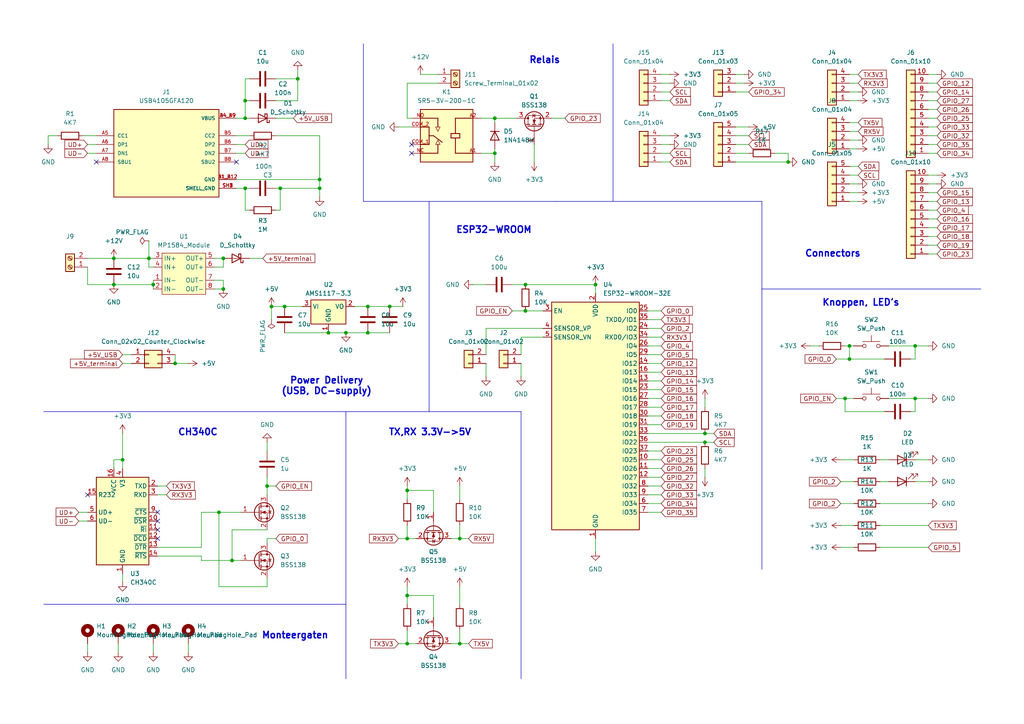
<source format=kicad_sch>
(kicad_sch (version 20231120) (generator "eeschema") (generator_version "8.0")
  (paper "A4")
  (title_block (title "TeamPlantenbak_PCB") (date "2025-03-08") (rev "3") (company "Wout Batselé"))
  (lib_symbols
    (symbol "Connector:Screw_Terminal_01x02" (pin_names (offset 1.016) hide)
      (property "Reference" "J" (at 0 2.54 0))
      (property "Value" "Screw_Terminal_01x02" (at 0 -5.08 0))
      (symbol "Screw_Terminal_01x02_1_1"
        (pin passive line (at -5.08 0 0) (length 3.81) (name "Pin_1") (number "1"))
        (pin passive line (at -5.08 -2.54 0) (length 3.81) (name "Pin_2") (number "2"))
      )
    )
    (symbol "Connector_Generic:Conn_01x02" (pin_names (offset 1.016) hide)
      (property "Reference" "J" (at 0 2.54 0))
      (property "Value" "Conn_01x02" (at 0 -5.08 0))
      (symbol "Conn_01x02_1_1"
        (pin passive line (at -5.08 0 0) (length 3.81) (name "Pin_1") (number "1"))
        (pin passive line (at -5.08 -2.54 0) (length 3.81) (name "Pin_2") (number "2"))
      )
    )
    (symbol "Connector_Generic:Conn_01x03" (pin_names (offset 1.016) hide)
      (property "Reference" "J" (at 0 5.08 0))
      (property "Value" "Conn_01x03" (at 0 -5.08 0))
      (symbol "Conn_01x03_1_1"
        (pin passive line (at -5.08 2.54 0) (length 3.81) (name "Pin_1") (number "1"))
        (pin passive line (at -5.08 0 0) (length 3.81) (name "Pin_2") (number "2"))
        (pin passive line (at -5.08 -2.54 0) (length 3.81) (name "Pin_3") (number "3"))
      )
    )
    (symbol "Connector_Generic:Conn_01x04" (pin_names (offset 1.016) hide)
      (property "Reference" "J" (at 0 5.08 0))
      (property "Value" "Conn_01x04" (at 0 -7.62 0))
      (symbol "Conn_01x04_1_1"
        (pin passive line (at -5.08 2.54 0) (length 3.81) (name "Pin_1") (number "1"))
        (pin passive line (at -5.08 0 0) (length 3.81) (name "Pin_2") (number "2"))
        (pin passive line (at -5.08 -2.54 0) (length 3.81) (name "Pin_3") (number "3"))
        (pin passive line (at -5.08 -5.08 0) (length 3.81) (name "Pin_4") (number "4"))
      )
    )
    (symbol "Connector_Generic:Conn_01x05" (pin_names (offset 1.016) hide)
      (property "Reference" "J" (at 0 7.62 0))
      (property "Value" "Conn_01x05" (at 0 -7.62 0))
      (symbol "Conn_01x05_1_1"
        (pin passive line (at -5.08 5.08 0) (length 3.81) (name "Pin_1") (number "1"))
        (pin passive line (at -5.08 2.54 0) (length 3.81) (name "Pin_2") (number "2"))
        (pin passive line (at -5.08 0 0) (length 3.81) (name "Pin_3") (number "3"))
        (pin passive line (at -5.08 -2.54 0) (length 3.81) (name "Pin_4") (number "4"))
        (pin passive line (at -5.08 -5.08 0) (length 3.81) (name "Pin_5") (number "5"))
      )
    )
    (symbol "Connector_Generic:Conn_01x10" (pin_names (offset 1.016) hide)
      (property "Reference" "J" (at 0 12.7 0))
      (property "Value" "Conn_01x10" (at 0 -15.24 0))
      (symbol "Conn_01x10_1_1"
        (pin passive line (at -5.08 10.16 0) (length 3.81) (name "Pin_1") (number "1"))
        (pin passive line (at -5.08 -12.7 0) (length 3.81) (name "Pin_10") (number "10"))
        (pin passive line (at -5.08 7.62 0) (length 3.81) (name "Pin_2") (number "2"))
        (pin passive line (at -5.08 5.08 0) (length 3.81) (name "Pin_3") (number "3"))
        (pin passive line (at -5.08 2.54 0) (length 3.81) (name "Pin_4") (number "4"))
        (pin passive line (at -5.08 0 0) (length 3.81) (name "Pin_5") (number "5"))
        (pin passive line (at -5.08 -2.54 0) (length 3.81) (name "Pin_6") (number "6"))
        (pin passive line (at -5.08 -5.08 0) (length 3.81) (name "Pin_7") (number "7"))
        (pin passive line (at -5.08 -7.62 0) (length 3.81) (name "Pin_8") (number "8"))
        (pin passive line (at -5.08 -10.16 0) (length 3.81) (name "Pin_9") (number "9"))
      )
    )
    (symbol "Connector_Generic:Conn_02x02_Counter_Clockwise" (pin_names (offset 1.016) hide)
      (property "Reference" "J" (at 1.27 2.54 0))
      (property "Value" "Conn_02x02_Counter_Clockwise" (at 1.27 -5.08 0))
      (symbol "Conn_02x02_Counter_Clockwise_1_1"
        (pin passive line (at -5.08 0 0) (length 3.81) (name "Pin_1") (number "1"))
        (pin passive line (at -5.08 -2.54 0) (length 3.81) (name "Pin_2") (number "2"))
        (pin passive line (at 7.62 -2.54 180) (length 3.81) (name "Pin_3") (number "3"))
        (pin passive line (at 7.62 0 180) (length 3.81) (name "Pin_4") (number "4"))
      )
    )
    (symbol "Device:C" (pin_numbers hide) (pin_names (offset 0.254))
      (property "Reference" "C" (at 0.635 2.54 0))
      (property "Value" "C" (at 0.635 -2.54 0))
      (symbol "C_1_1"
        (pin passive line (at 0 3.81 270) (length 2.794) (name "~") (number "1"))
        (pin passive line (at 0 -3.81 90) (length 2.794) (name "~") (number "2"))
      )
    )
    (symbol "Device:D_Schottky" (pin_numbers hide) (pin_names (offset 1.016) hide)
      (property "Reference" "D" (at 0 2.54 0))
      (property "Value" "D_Schottky" (at 0 -2.54 0))
      (symbol "D_Schottky_1_1"
        (pin passive line (at -3.81 0 0) (length 2.54) (name "K") (number "1"))
        (pin passive line (at 3.81 0 180) (length 2.54) (name "A") (number "2"))
      )
    )
    (symbol "Device:LED" (pin_numbers hide) (pin_names (offset 1.016) hide)
      (property "Reference" "D" (at 0 2.54 0))
      (property "Value" "LED" (at 0 -2.54 0))
      (symbol "LED_1_1"
        (pin passive line (at -3.81 0 0) (length 2.54) (name "K") (number "1"))
        (pin passive line (at 3.81 0 180) (length 2.54) (name "A") (number "2"))
      )
    )
    (symbol "Device:R" (pin_numbers hide) (pin_names (offset 0))
      (property "Reference" "R" (at 2.032 0 90))
      (property "Value" "R" (at 0 0 90))
      (symbol "R_1_1"
        (pin passive line (at 0 3.81 270) (length 1.27) (name "~") (number "1"))
        (pin passive line (at 0 -3.81 90) (length 1.27) (name "~") (number "2"))
      )
    )
    (symbol "Diode:1N4148W" (pin_numbers hide) (pin_names hide)
      (property "Reference" "D" (at 0 2.54 0))
      (property "Value" "1N4148W" (at 0 -2.54 0))
      (symbol "1N4148W_1_1"
        (pin passive line (at -3.81 0 0) (length 2.54) (name "K") (number "1"))
        (pin passive line (at 3.81 0 180) (length 2.54) (name "A") (number "2"))
      )
    )
    (symbol "Interface_USB:CH340C"
      (property "Reference" "U" (at -5.08 13.97 0))
      (property "Value" "CH340C" (at 1.27 13.97 0))
      (symbol "CH340C_1_1"
        (pin power_in line (at 0 -15.24 90) (length 2.54) (name "GND") (number "1"))
        (pin input line (at 10.16 0 180) (length 2.54) (name "~{DSR}") (number "10"))
        (pin input line (at 10.16 -2.54 180) (length 2.54) (name "~{RI}") (number "11"))
        (pin input line (at 10.16 -5.08 180) (length 2.54) (name "~{DCD}") (number "12"))
        (pin output line (at 10.16 -7.62 180) (length 2.54) (name "~{DTR}") (number "13"))
        (pin output line (at 10.16 -10.16 180) (length 2.54) (name "~{RTS}") (number "14"))
        (pin input line (at -10.16 7.62 0) (length 2.54) (name "R232") (number "15"))
        (pin power_in line (at -2.54 15.24 270) (length 2.54) (name "VCC") (number "16"))
        (pin output line (at 10.16 10.16 180) (length 2.54) (name "TXD") (number "2"))
        (pin input line (at 10.16 7.62 180) (length 2.54) (name "RXD") (number "3"))
        (pin power_out line (at 0 15.24 270) (length 2.54) (name "V3") (number "4"))
        (pin bidirectional line (at -10.16 2.54 0) (length 2.54) (name "UD+") (number "5"))
        (pin bidirectional line (at -10.16 0 0) (length 2.54) (name "UD-") (number "6"))
        (pin no_connect line (at -7.62 -5.08 0) (length 2.54) hide (name "NC") (number "7"))
        (pin no_connect line (at -7.62 -7.62 0) (length 2.54) hide (name "NC") (number "8"))
        (pin input line (at 10.16 2.54 180) (length 2.54) (name "~{CTS}") (number "9"))
      )
    )
    (symbol "Mechanical:MountingHole_Pad" (pin_numbers hide) (pin_names (offset 1.016) hide) (exclude_from_sim yes) (in_bom no)
      (property "Reference" "H" (at 0 6.35 0))
      (property "Value" "MountingHole_Pad" (at 0 4.445 0))
      (symbol "MountingHole_Pad_1_1"
        (pin input line (at 0 -2.54 90) (length 2.54) (name "1") (number "1"))
      )
    )
    (symbol "RF_Module:ESP32-WROOM-32E"
      (property "Reference" "U" (at -12.7 34.29 0))
      (property "Value" "ESP32-WROOM-32E" (at 1.27 34.29 0))
      (symbol "ESP32-WROOM-32E_1_1"
        (pin power_in line (at 0 -35.56 90) (length 2.54) (name "GND") (number "1"))
        (pin bidirectional line (at 15.24 -12.7 180) (length 2.54) (name "IO25") (number "10"))
        (pin bidirectional line (at 15.24 -15.24 180) (length 2.54) (name "IO26") (number "11"))
        (pin bidirectional line (at 15.24 -17.78 180) (length 2.54) (name "IO27") (number "12"))
        (pin bidirectional line (at 15.24 10.16 180) (length 2.54) (name "IO14") (number "13"))
        (pin bidirectional line (at 15.24 15.24 180) (length 2.54) (name "IO12") (number "14"))
        (pin passive line (at 0 -35.56 90) (length 2.54) hide (name "GND") (number "15"))
        (pin bidirectional line (at 15.24 12.7 180) (length 2.54) (name "IO13") (number "16"))
        (pin no_connect line (at -12.7 -5.08 0) (length 2.54) hide (name "NC") (number "17"))
        (pin no_connect line (at -12.7 -7.62 0) (length 2.54) hide (name "NC") (number "18"))
        (pin no_connect line (at -12.7 -12.7 0) (length 2.54) hide (name "NC") (number "19"))
        (pin power_in line (at 0 35.56 270) (length 2.54) (name "VDD") (number "2"))
        (pin no_connect line (at -12.7 -10.16 0) (length 2.54) hide (name "NC") (number "20"))
        (pin no_connect line (at -12.7 0 0) (length 2.54) hide (name "NC") (number "21"))
        (pin no_connect line (at -12.7 -2.54 0) (length 2.54) hide (name "NC") (number "22"))
        (pin bidirectional line (at 15.24 7.62 180) (length 2.54) (name "IO15") (number "23"))
        (pin bidirectional line (at 15.24 25.4 180) (length 2.54) (name "IO2") (number "24"))
        (pin bidirectional line (at 15.24 30.48 180) (length 2.54) (name "IO0") (number "25"))
        (pin bidirectional line (at 15.24 20.32 180) (length 2.54) (name "IO4") (number "26"))
        (pin bidirectional line (at 15.24 5.08 180) (length 2.54) (name "IO16") (number "27"))
        (pin bidirectional line (at 15.24 2.54 180) (length 2.54) (name "IO17") (number "28"))
        (pin bidirectional line (at 15.24 17.78 180) (length 2.54) (name "IO5") (number "29"))
        (pin input line (at -15.24 30.48 0) (length 2.54) (name "EN") (number "3"))
        (pin bidirectional line (at 15.24 0 180) (length 2.54) (name "IO18") (number "30"))
        (pin bidirectional line (at 15.24 -2.54 180) (length 2.54) (name "IO19") (number "31"))
        (pin no_connect line (at -12.7 -27.94 0) (length 2.54) hide (name "NC") (number "32"))
        (pin bidirectional line (at 15.24 -5.08 180) (length 2.54) (name "IO21") (number "33"))
        (pin bidirectional line (at 15.24 22.86 180) (length 2.54) (name "RXD0/IO3") (number "34"))
        (pin bidirectional line (at 15.24 27.94 180) (length 2.54) (name "TXD0/IO1") (number "35"))
        (pin bidirectional line (at 15.24 -7.62 180) (length 2.54) (name "IO22") (number "36"))
        (pin bidirectional line (at 15.24 -10.16 180) (length 2.54) (name "IO23") (number "37"))
        (pin passive line (at 0 -35.56 90) (length 2.54) hide (name "GND") (number "38"))
        (pin passive line (at 0 -35.56 90) (length 2.54) hide (name "GND") (number "39"))
        (pin input line (at -15.24 25.4 0) (length 2.54) (name "SENSOR_VP") (number "4"))
        (pin input line (at -15.24 22.86 0) (length 2.54) (name "SENSOR_VN") (number "5"))
        (pin input line (at 15.24 -25.4 180) (length 2.54) (name "IO34") (number "6"))
        (pin input line (at 15.24 -27.94 180) (length 2.54) (name "IO35") (number "7"))
        (pin bidirectional line (at 15.24 -20.32 180) (length 2.54) (name "IO32") (number "8"))
        (pin bidirectional line (at 15.24 -22.86 180) (length 2.54) (name "IO33") (number "9"))
      )
    )
    (symbol "Regulator_Linear:AMS1117-3.3"
      (property "Reference" "U" (at -3.81 3.175 0))
      (property "Value" "AMS1117-3.3" (at 0 3.175 0))
      (symbol "AMS1117-3.3_1_1"
        (pin power_in line (at 0 -7.62 90) (length 2.54) (name "GND") (number "1"))
        (pin power_out line (at 7.62 0 180) (length 2.54) (name "VO") (number "2"))
        (pin power_in line (at -7.62 0 0) (length 2.54) (name "VI") (number "3"))
      )
    )
    (symbol "SR5-3V-200-1C:SR5-3V-200-1C" (pin_names (offset 1.016) hide)
      (property "Reference" "K" (at -7.62 8.382 0))
      (property "Value" "SR5-3V-200-1C" (at -7.62 -10.16 0))
      (symbol "SR5-3V-200-1C_0_0"
        (pin passive line (at -10.16 5.08 0) (length 5.08) (name "~") (number "A1"))
        (pin passive line (at -10.16 -5.08 0) (length 5.08) (name "~") (number "A2"))
        (pin passive line (at 10.16 2.54 180) (length 5.08) (name "~") (number "COM_1"))
        (pin passive line (at 10.16 -2.54 180) (length 5.08) (name "~") (number "COM_2"))
        (pin passive line (at 10.16 5.08 180) (length 5.08) (name "~") (number "NC"))
        (pin passive line (at 10.16 -5.08 180) (length 5.08) (name "~") (number "NO"))
      )
    )
    (symbol "Switch:SW_Push" (pin_numbers hide) (pin_names (offset 1.016) hide)
      (property "Reference" "SW" (at 1.27 2.54 0))
      (property "Value" "SW_Push" (at 0 -1.524 0))
      (symbol "SW_Push_0_1"
        (pin passive line (at -5.08 0 0) (length 2.54) (name "1") (number "1"))
        (pin passive line (at 5.08 0 180) (length 2.54) (name "2") (number "2"))
      )
    )
    (symbol "Transistor_FET:BSS138" (pin_names hide)
      (property "Reference" "Q" (at 5.08 1.905 0))
      (property "Value" "BSS138" (at 5.08 0 0))
      (symbol "BSS138_1_1"
        (pin input line (at -5.08 0 0) (length 2.54) (name "G") (number "1"))
        (pin passive line (at 2.54 -5.08 90) (length 2.54) (name "S") (number "2"))
        (pin passive line (at 2.54 5.08 270) (length 2.54) (name "D") (number "3"))
      )
    )
    (symbol "USB4105GFA120:USB4105GFA120" (pin_names (offset 1.016))
      (property "Reference" "J" (at -15.24 13.97 0))
      (property "Value" "USB4105GFA120" (at -15.24 -15.24 0))
      (symbol "USB4105GFA120_0_0"
        (pin power_in line (at 20.32 -7.62 180) (length 5.08) (name "GND") (number "A1_B12"))
        (pin power_in line (at 20.32 10.16 180) (length 5.08) (name "VBUS") (number "A4_B9"))
        (pin bidirectional line (at -20.32 5.08 0) (length 5.08) (name "CC1") (number "A5"))
        (pin bidirectional line (at -20.32 2.54 0) (length 5.08) (name "DP1") (number "A6"))
        (pin bidirectional line (at -20.32 0 0) (length 5.08) (name "DN1") (number "A7"))
        (pin bidirectional line (at -20.32 -2.54 0) (length 5.08) (name "SBU1") (number "A8"))
        (pin power_in line (at 20.32 -7.62 180) (length 5.08) (name "GND") (number "B1_A12"))
        (pin power_in line (at 20.32 10.16 180) (length 5.08) (name "VBUS") (number "B4_A9"))
        (pin bidirectional line (at 20.32 5.08 180) (length 5.08) (name "CC2") (number "B5"))
        (pin bidirectional line (at 20.32 2.54 180) (length 5.08) (name "DP2") (number "B6"))
        (pin bidirectional line (at 20.32 0 180) (length 5.08) (name "DN2") (number "B7"))
        (pin bidirectional line (at 20.32 -2.54 180) (length 5.08) (name "SBU2") (number "B8"))
        (pin power_in line (at 20.32 -10.16 180) (length 5.08) (name "SHELL_GND") (number "SH1"))
        (pin power_in line (at 20.32 -10.16 180) (length 5.08) (name "SHELL_GND") (number "SH2"))
        (pin power_in line (at 20.32 -10.16 180) (length 5.08) (name "SHELL_GND") (number "SH3"))
        (pin power_in line (at 20.32 -10.16 180) (length 5.08) (name "SHELL_GND") (number "SH4"))
      )
    )
    (symbol "Watersysteem_Library:MP1584_Module"
      (property "Reference" "U" (at 0 8.128 0))
      (property "Value" "MP1584_Module" (at 0 6.35 0))
      (symbol "MP1584_Module_1_1"
        (pin input line (at -8.89 -2.54 0) (length 2.54) (name "IN-") (number "1"))
        (pin input line (at -8.89 -5.08 0) (length 2.54) (name "IN-") (number "2"))
        (pin input line (at -8.89 3.81 0) (length 2.54) (name "IN+") (number "3"))
        (pin input line (at -8.89 1.27 0) (length 2.54) (name "IN+") (number "4"))
        (pin output line (at 8.89 3.81 180) (length 2.54) (name "OUT+") (number "5"))
        (pin output line (at 8.89 1.27 180) (length 2.54) (name "OUT+") (number "6"))
        (pin output line (at 8.89 -2.54 180) (length 2.54) (name "OUT-") (number "7"))
        (pin output line (at 8.89 -5.08 180) (length 2.54) (name "OUT-") (number "8"))
      )
    )
    (symbol "power:+5V" (power) (pin_numbers hide) (pin_names (offset 0) hide)
      (property "Value" "+5V" (at 0 3.556 0))
      (symbol "+5V_1_1"
        (pin power_in line (at 0 0 90) (length 0) (name "~") (number "1"))
      )
    )
    (symbol "power:GND" (power) (pin_numbers hide) (pin_names (offset 0) hide)
      (property "Value" "GND" (at 0 -3.81 0))
      (symbol "GND_1_1"
        (pin power_in line (at 0 0 270) (length 0) (name "~") (number "1"))
      )
    )
    (symbol "power:PWR_FLAG" (power) (pin_numbers hide) (pin_names (offset 0) hide)
      (property "Value" "PWR_FLAG" (at 0 3.81 0))
      (symbol "PWR_FLAG_0_0"
        (pin power_out line (at 0 0 90) (length 0) (name "~") (number "1"))
      )
    )
  )
  (junction (at 86.36 22.86))
  (junction (at 228.6 46.99))
  (junction (at 143.51 34.29))
  (junction (at 63.5 148.59))
  (junction (at 50.8 105.41))
  (junction (at 106.68 88.9))
  (junction (at 113.03 88.9))
  (junction (at 118.11 172.72))
  (junction (at 71.12 34.29))
  (junction (at 204.47 125.73))
  (junction (at 92.71 52.07))
  (junction (at 78.74 88.9))
  (junction (at 92.71 54.61))
  (junction (at 143.51 44.45))
  (junction (at 152.4 90.17))
  (junction (at 82.55 88.9))
  (junction (at 246.38 104.14))
  (junction (at 33.02 74.93))
  (junction (at 118.11 156.21))
  (junction (at 100.33 96.52))
  (junction (at 106.68 96.52))
  (junction (at 81.28 54.61))
  (junction (at 44.45 82.55))
  (junction (at 35.56 133.35))
  (junction (at 265.43 115.57))
  (junction (at 64.77 74.93))
  (junction (at 33.02 82.55))
  (junction (at 71.12 29.21))
  (junction (at 265.43 100.33))
  (junction (at 64.77 83.82))
  (junction (at 204.47 128.27))
  (junction (at 118.11 186.69))
  (junction (at 118.11 142.24))
  (junction (at 133.35 156.21))
  (junction (at 172.72 82.55))
  (junction (at 71.12 54.61))
  (junction (at 95.25 96.52))
  (junction (at 67.31 162.56))
  (junction (at 246.38 100.33))
  (junction (at 133.35 186.69))
  (junction (at 245.11 115.57))
  (junction (at 152.4 82.55))
  (junction (at 43.18 74.93))
  (junction (at 77.47 140.97))
  (no_connect (at 27.94 46.99))
  (no_connect (at 119.38 41.91))
  (no_connect (at 45.72 148.59))
  (no_connect (at 68.58 46.99))
  (no_connect (at 45.72 156.21))
  (no_connect (at 45.72 151.13))
  (no_connect (at 45.72 153.67))
  (no_connect (at 119.38 44.45))
  (no_connect (at 25.4 143.51))
  (wire (pts (xy 68.58 39.37) (xy 72.39 39.37)))
  (wire (pts (xy 80.01 60.96) (xy 81.28 60.96)))
  (wire (pts (xy 243.84 152.4) (xy 247.65 152.4)))
  (wire (pts (xy 148.59 82.55) (xy 152.4 82.55)))
  (wire (pts (xy 187.96 105.41) (xy 191.77 105.41)))
  (wire (pts (xy 77.47 138.43) (xy 77.47 140.97)))
  (wire (pts (xy 187.96 107.95) (xy 191.77 107.95)))
  (wire (pts (xy 35.56 133.35) (xy 35.56 135.89)))
  (wire (pts (xy 69.85 162.56) (xy 67.31 162.56)))
  (wire (pts (xy 257.81 100.33) (xy 265.43 100.33)))
  (wire (pts (xy 68.58 54.61) (xy 71.12 54.61)))
  (wire (pts (xy 33.02 82.55) (xy 25.4 82.55)))
  (wire (pts (xy 133.35 152.4) (xy 133.35 156.21)))
  (wire (pts (xy 269.24 55.88) (xy 271.78 55.88)))
  (wire (pts (xy 187.96 123.19) (xy 191.77 123.19)))
  (wire (pts (xy 228.6 44.45) (xy 228.6 46.99)))
  (wire (pts (xy 243.84 133.35) (xy 247.65 133.35)))
  (wire (pts (xy 71.12 34.29) (xy 72.39 34.29)))
  (wire (pts (xy 35.56 105.41) (xy 38.1 105.41)))
  (wire (pts (xy 80.01 22.86) (xy 86.36 22.86)))
  (wire (pts (xy 187.96 148.59) (xy 191.77 148.59)))
  (wire (pts (xy 191.77 41.91) (xy 194.31 41.91)))
  (wire (pts (xy 191.77 29.21) (xy 194.31 29.21)))
  (wire (pts (xy 115.57 36.83) (xy 119.38 36.83)))
  (wire (pts (xy 72.39 74.93) (xy 76.2 74.93)))
  (wire (pts (xy 245.11 119.38) (xy 245.11 115.57)))
  (wire (pts (xy 143.51 46.99) (xy 143.51 44.45)))
  (wire (pts (xy 246.38 26.67) (xy 248.92 26.67)))
  (wire (pts (xy 187.96 102.87) (xy 191.77 102.87)))
  (wire (pts (xy 255.27 152.4) (xy 269.24 152.4)))
  (wire (pts (xy 33.02 74.93) (xy 43.18 74.93)))
  (wire (pts (xy 45.72 143.51) (xy 48.26 143.51)))
  (wire (pts (xy 143.51 34.29) (xy 149.86 34.29)))
  (wire (pts (xy 133.35 186.69) (xy 135.89 186.69)))
  (wire (pts (xy 118.11 182.88) (xy 118.11 186.69)))
  (polyline (pts (xy 177.8 58.42) (xy 177.8 12.7)))
  (wire (pts (xy 265.43 115.57) (xy 269.24 115.57)))
  (wire (pts (xy 152.4 90.17) (xy 157.48 90.17)))
  (wire (pts (xy 33.02 133.35) (xy 33.02 135.89)))
  (wire (pts (xy 118.11 140.97) (xy 118.11 142.24)))
  (wire (pts (xy 265.43 104.14) (xy 265.43 100.33)))
  (wire (pts (xy 115.57 156.21) (xy 118.11 156.21)))
  (wire (pts (xy 204.47 115.57) (xy 204.47 118.11)))
  (wire (pts (xy 246.38 21.59) (xy 248.92 21.59)))
  (wire (pts (xy 246.38 100.33) (xy 247.65 100.33)))
  (wire (pts (xy 265.43 139.7) (xy 269.24 139.7)))
  (wire (pts (xy 255.27 146.05) (xy 269.24 146.05)))
  (wire (pts (xy 25.4 186.69) (xy 25.4 189.23)))
  (wire (pts (xy 125.73 172.72) (xy 118.11 172.72)))
  (wire (pts (xy 172.72 82.55) (xy 172.72 85.09)))
  (wire (pts (xy 246.38 48.26) (xy 248.92 48.26)))
  (wire (pts (xy 257.81 115.57) (xy 265.43 115.57)))
  (wire (pts (xy 133.35 182.88) (xy 133.35 186.69)))
  (wire (pts (xy 102.87 88.9) (xy 106.68 88.9)))
  (wire (pts (xy 80.01 34.29) (xy 85.09 34.29)))
  (polyline (pts (xy 105.41 12.7) (xy 105.41 58.42)))
  (wire (pts (xy 77.47 140.97) (xy 80.01 140.97)))
  (wire (pts (xy 133.35 156.21) (xy 135.89 156.21)))
  (wire (pts (xy 71.12 22.86) (xy 71.12 29.21)))
  (wire (pts (xy 25.4 41.91) (xy 27.94 41.91)))
  (wire (pts (xy 118.11 156.21) (xy 120.65 156.21)))
  (wire (pts (xy 64.77 81.28) (xy 64.77 83.82)))
  (wire (pts (xy 118.11 152.4) (xy 118.11 156.21)))
  (wire (pts (xy 204.47 125.73) (xy 207.01 125.73)))
  (wire (pts (xy 121.92 21.59) (xy 127 21.59)))
  (wire (pts (xy 118.11 186.69) (xy 120.65 186.69)))
  (wire (pts (xy 78.74 88.9) (xy 82.55 88.9)))
  (wire (pts (xy 269.24 34.29) (xy 271.78 34.29)))
  (wire (pts (xy 78.74 88.9) (xy 78.74 92.71)))
  (wire (pts (xy 246.38 43.18) (xy 248.92 43.18)))
  (wire (pts (xy 35.56 166.37) (xy 35.56 168.91)))
  (wire (pts (xy 246.38 29.21) (xy 248.92 29.21)))
  (wire (pts (xy 22.86 151.13) (xy 25.4 151.13)))
  (wire (pts (xy 72.39 60.96) (xy 71.12 60.96)))
  (wire (pts (xy 86.36 22.86) (xy 86.36 29.21)))
  (wire (pts (xy 187.96 140.97) (xy 191.77 140.97)))
  (wire (pts (xy 246.38 55.88) (xy 248.92 55.88)))
  (wire (pts (xy 82.55 88.9) (xy 87.63 88.9)))
  (wire (pts (xy 148.59 90.17) (xy 152.4 90.17)))
  (wire (pts (xy 160.02 34.29) (xy 163.83 34.29)))
  (polyline (pts (xy 151.13 119.38) (xy 151.13 196.85)))
  (wire (pts (xy 204.47 128.27) (xy 207.01 128.27)))
  (wire (pts (xy 151.13 97.79) (xy 151.13 102.87)))
  (wire (pts (xy 191.77 24.13) (xy 194.31 24.13)))
  (wire (pts (xy 140.97 105.41) (xy 140.97 109.22)))
  (wire (pts (xy 34.29 186.69) (xy 34.29 189.23)))
  (wire (pts (xy 133.35 140.97) (xy 133.35 144.78)))
  (wire (pts (xy 191.77 44.45) (xy 194.31 44.45)))
  (polyline (pts (xy 12.7 119.38) (xy 124.46 119.38)))
  (wire (pts (xy 33.02 82.55) (xy 44.45 82.55)))
  (wire (pts (xy 80.01 54.61) (xy 81.28 54.61)))
  (wire (pts (xy 187.96 95.25) (xy 191.77 95.25)))
  (wire (pts (xy 125.73 179.07) (xy 125.73 172.72)))
  (wire (pts (xy 187.96 143.51) (xy 191.77 143.51)))
  (wire (pts (xy 81.28 54.61) (xy 92.71 54.61)))
  (wire (pts (xy 187.96 120.65) (xy 191.77 120.65)))
  (wire (pts (xy 95.25 96.52) (xy 100.33 96.52)))
  (wire (pts (xy 269.24 58.42) (xy 271.78 58.42)))
  (polyline (pts (xy 124.46 58.42) (xy 124.46 119.38)))
  (wire (pts (xy 139.7 44.45) (xy 143.51 44.45)))
  (wire (pts (xy 45.72 140.97) (xy 48.26 140.97)))
  (wire (pts (xy 265.43 119.38) (xy 265.43 115.57)))
  (wire (pts (xy 63.5 170.18) (xy 63.5 148.59)))
  (wire (pts (xy 72.39 22.86) (xy 71.12 22.86)))
  (wire (pts (xy 246.38 50.8) (xy 248.92 50.8)))
  (wire (pts (xy 255.27 139.7) (xy 257.81 139.7)))
  (wire (pts (xy 213.36 41.91) (xy 217.17 41.91)))
  (wire (pts (xy 62.23 83.82) (xy 64.77 83.82)))
  (wire (pts (xy 154.94 41.91) (xy 154.94 46.99)))
  (wire (pts (xy 264.16 104.14) (xy 265.43 104.14)))
  (wire (pts (xy 77.47 140.97) (xy 77.47 143.51)))
  (wire (pts (xy 269.24 53.34) (xy 271.78 53.34)))
  (wire (pts (xy 118.11 170.18) (xy 118.11 172.72)))
  (wire (pts (xy 33.02 133.35) (xy 35.56 133.35)))
  (wire (pts (xy 106.68 96.52) (xy 113.03 96.52)))
  (wire (pts (xy 71.12 29.21) (xy 71.12 34.29)))
  (wire (pts (xy 25.4 44.45) (xy 27.94 44.45)))
  (wire (pts (xy 246.38 104.14) (xy 256.54 104.14)))
  (polyline (pts (xy 105.41 58.42) (xy 161.29 58.42)))
  (wire (pts (xy 125.73 142.24) (xy 118.11 142.24)))
  (wire (pts (xy 242.57 115.57) (xy 245.11 115.57)))
  (wire (pts (xy 67.31 162.56) (xy 67.31 153.67)))
  (wire (pts (xy 243.84 139.7) (xy 247.65 139.7)))
  (wire (pts (xy 92.71 52.07) (xy 92.71 54.61)))
  (wire (pts (xy 191.77 26.67) (xy 194.31 26.67)))
  (wire (pts (xy 62.23 81.28) (xy 64.77 81.28)))
  (wire (pts (xy 271.78 68.58) (xy 269.24 68.58)))
  (wire (pts (xy 35.56 102.87) (xy 38.1 102.87)))
  (wire (pts (xy 77.47 156.21) (xy 77.47 157.48)))
  (wire (pts (xy 16.51 39.37) (xy 13.97 39.37)))
  (wire (pts (xy 187.96 135.89) (xy 191.77 135.89)))
  (wire (pts (xy 191.77 46.99) (xy 194.31 46.99)))
  (wire (pts (xy 68.58 34.29) (xy 71.12 34.29)))
  (wire (pts (xy 246.38 58.42) (xy 248.92 58.42)))
  (wire (pts (xy 255.27 133.35) (xy 257.81 133.35)))
  (wire (pts (xy 68.58 41.91) (xy 71.12 41.91)))
  (wire (pts (xy 269.24 66.04) (xy 271.78 66.04)))
  (wire (pts (xy 269.24 21.59) (xy 271.78 21.59)))
  (polyline (pts (xy 284.48 83.82) (xy 220.98 83.82)))
  (wire (pts (xy 113.03 88.9) (xy 116.84 88.9)))
  (wire (pts (xy 106.68 88.9) (xy 113.03 88.9)))
  (polyline (pts (xy 100.33 119.38) (xy 100.33 196.85)))
  (wire (pts (xy 44.45 77.47) (xy 43.18 77.47)))
  (polyline (pts (xy 220.98 83.82) (xy 220.98 165.1)))
  (wire (pts (xy 243.84 158.75) (xy 247.65 158.75)))
  (wire (pts (xy 58.42 148.59) (xy 63.5 148.59)))
  (wire (pts (xy 269.24 41.91) (xy 271.78 41.91)))
  (wire (pts (xy 67.31 162.56) (xy 58.42 162.56)))
  (wire (pts (xy 152.4 82.55) (xy 172.72 82.55)))
  (wire (pts (xy 44.45 186.69) (xy 44.45 189.23)))
  (wire (pts (xy 187.96 97.79) (xy 191.77 97.79)))
  (wire (pts (xy 139.7 34.29) (xy 143.51 34.29)))
  (wire (pts (xy 224.79 44.45) (xy 228.6 44.45)))
  (wire (pts (xy 81.28 60.96) (xy 81.28 54.61)))
  (wire (pts (xy 269.24 71.12) (xy 271.78 71.12)))
  (wire (pts (xy 77.47 128.27) (xy 77.47 130.81)))
  (wire (pts (xy 80.01 39.37) (xy 92.71 39.37)))
  (wire (pts (xy 187.96 130.81) (xy 191.77 130.81)))
  (wire (pts (xy 58.42 161.29) (xy 45.72 161.29)))
  (wire (pts (xy 130.81 186.69) (xy 133.35 186.69)))
  (wire (pts (xy 265.43 133.35) (xy 269.24 133.35)))
  (wire (pts (xy 234.95 100.33) (xy 237.49 100.33)))
  (wire (pts (xy 77.47 167.64) (xy 77.47 170.18)))
  (wire (pts (xy 187.96 100.33) (xy 191.77 100.33)))
  (wire (pts (xy 246.38 35.56) (xy 248.92 35.56)))
  (wire (pts (xy 269.24 39.37) (xy 271.78 39.37)))
  (wire (pts (xy 269.24 29.21) (xy 271.78 29.21)))
  (wire (pts (xy 255.27 158.75) (xy 269.24 158.75)))
  (wire (pts (xy 213.36 21.59) (xy 215.9 21.59)))
  (wire (pts (xy 187.96 128.27) (xy 204.47 128.27)))
  (wire (pts (xy 118.11 34.29) (xy 118.11 24.13)))
  (wire (pts (xy 64.77 74.93) (xy 64.77 77.47)))
  (polyline (pts (xy 161.29 58.42) (xy 220.98 58.42)))
  (wire (pts (xy 92.71 39.37) (xy 92.71 52.07)))
  (wire (pts (xy 118.11 172.72) (xy 118.11 175.26)))
  (wire (pts (xy 191.77 21.59) (xy 194.31 21.59)))
  (wire (pts (xy 115.57 186.69) (xy 118.11 186.69)))
  (wire (pts (xy 265.43 100.33) (xy 269.24 100.33)))
  (wire (pts (xy 133.35 170.18) (xy 133.35 175.26)))
  (wire (pts (xy 269.24 36.83) (xy 271.78 36.83)))
  (wire (pts (xy 13.97 39.37) (xy 13.97 41.91)))
  (wire (pts (xy 68.58 44.45) (xy 71.12 44.45)))
  (wire (pts (xy 187.96 115.57) (xy 191.77 115.57)))
  (wire (pts (xy 269.24 31.75) (xy 271.78 31.75)))
  (wire (pts (xy 72.39 29.21) (xy 71.12 29.21)))
  (wire (pts (xy 86.36 29.21) (xy 80.01 29.21)))
  (wire (pts (xy 22.86 148.59) (xy 25.4 148.59)))
  (wire (pts (xy 67.31 153.67) (xy 77.47 153.67)))
  (wire (pts (xy 43.18 69.85) (xy 43.18 74.93)))
  (wire (pts (xy 143.51 43.18) (xy 143.51 44.45)))
  (wire (pts (xy 246.38 38.1) (xy 248.92 38.1)))
  (polyline (pts (xy 124.46 119.38) (xy 151.13 119.38)))
  (wire (pts (xy 62.23 77.47) (xy 64.77 77.47)))
  (wire (pts (xy 243.84 146.05) (xy 247.65 146.05)))
  (wire (pts (xy 269.24 73.66) (xy 271.78 73.66)))
  (wire (pts (xy 213.36 24.13) (xy 215.9 24.13)))
  (wire (pts (xy 213.36 36.83) (xy 217.17 36.83)))
  (wire (pts (xy 213.36 44.45) (xy 217.17 44.45)))
  (wire (pts (xy 269.24 50.8) (xy 271.78 50.8)))
  (wire (pts (xy 63.5 148.59) (xy 69.85 148.59)))
  (wire (pts (xy 151.13 105.41) (xy 151.13 109.22)))
  (wire (pts (xy 143.51 34.29) (xy 143.51 35.56)))
  (wire (pts (xy 118.11 24.13) (xy 127 24.13)))
  (wire (pts (xy 71.12 60.96) (xy 71.12 54.61)))
  (wire (pts (xy 125.73 148.59) (xy 125.73 142.24)))
  (wire (pts (xy 44.45 82.55) (xy 44.45 83.82)))
  (polyline (pts (xy 12.7 175.26) (xy 100.33 175.26)))
  (wire (pts (xy 77.47 170.18) (xy 63.5 170.18)))
  (wire (pts (xy 86.36 20.32) (xy 86.36 22.86)))
  (wire (pts (xy 58.42 162.56) (xy 58.42 161.29)))
  (wire (pts (xy 92.71 54.61) (xy 92.71 57.15)))
  (wire (pts (xy 118.11 142.24) (xy 118.11 144.78)))
  (wire (pts (xy 245.11 100.33) (xy 246.38 100.33)))
  (wire (pts (xy 35.56 125.73) (xy 35.56 133.35)))
  (wire (pts (xy 140.97 95.25) (xy 140.97 102.87)))
  (wire (pts (xy 246.38 53.34) (xy 248.92 53.34)))
  (wire (pts (xy 58.42 158.75) (xy 45.72 158.75)))
  (wire (pts (xy 137.16 82.55) (xy 140.97 82.55)))
  (wire (pts (xy 213.36 26.67) (xy 217.17 26.67)))
  (wire (pts (xy 58.42 148.59) (xy 58.42 158.75)))
  (wire (pts (xy 187.96 110.49) (xy 191.77 110.49)))
  (wire (pts (xy 269.24 60.96) (xy 271.78 60.96)))
  (wire (pts (xy 24.13 39.37) (xy 27.94 39.37)))
  (wire (pts (xy 68.58 52.07) (xy 92.71 52.07)))
  (wire (pts (xy 100.33 96.52) (xy 106.68 96.52)))
  (wire (pts (xy 43.18 74.93) (xy 44.45 74.93)))
  (wire (pts (xy 157.48 95.25) (xy 140.97 95.25)))
  (polyline (pts (xy 220.98 83.82) (xy 220.98 58.42)))
  (wire (pts (xy 269.24 26.67) (xy 271.78 26.67)))
  (wire (pts (xy 187.96 90.17) (xy 191.77 90.17)))
  (wire (pts (xy 54.61 186.69) (xy 54.61 189.23)))
  (wire (pts (xy 245.11 115.57) (xy 247.65 115.57)))
  (wire (pts (xy 43.18 77.47) (xy 43.18 74.93)))
  (wire (pts (xy 269.24 44.45) (xy 271.78 44.45)))
  (wire (pts (xy 62.23 74.93) (xy 64.77 74.93)))
  (wire (pts (xy 44.45 81.28) (xy 44.45 82.55)))
  (wire (pts (xy 246.38 24.13) (xy 248.92 24.13)))
  (wire (pts (xy 246.38 40.64) (xy 248.92 40.64)))
  (wire (pts (xy 204.47 135.89) (xy 204.47 138.43)))
  (wire (pts (xy 269.24 63.5) (xy 271.78 63.5)))
  (wire (pts (xy 50.8 105.41) (xy 54.61 105.41)))
  (wire (pts (xy 71.12 54.61) (xy 72.39 54.61)))
  (wire (pts (xy 213.36 39.37) (xy 217.17 39.37)))
  (wire (pts (xy 242.57 104.14) (xy 246.38 104.14)))
  (wire (pts (xy 187.96 125.73) (xy 204.47 125.73)))
  (wire (pts (xy 172.72 156.21) (xy 172.72 160.02)))
  (wire (pts (xy 187.96 92.71) (xy 191.77 92.71)))
  (wire (pts (xy 130.81 156.21) (xy 133.35 156.21)))
  (wire (pts (xy 256.54 119.38) (xy 245.11 119.38)))
  (wire (pts (xy 25.4 74.93) (xy 33.02 74.93)))
  (wire (pts (xy 213.36 46.99) (xy 228.6 46.99)))
  (wire (pts (xy 187.96 113.03) (xy 191.77 113.03)))
  (wire (pts (xy 269.24 24.13) (xy 271.78 24.13)))
  (wire (pts (xy 187.96 118.11) (xy 191.77 118.11)))
  (wire (pts (xy 25.4 82.55) (xy 25.4 77.47)))
  (wire (pts (xy 50.8 102.87) (xy 50.8 105.41)))
  (wire (pts (xy 191.77 39.37) (xy 194.31 39.37)))
  (wire (pts (xy 264.16 119.38) (xy 265.43 119.38)))
  (wire (pts (xy 187.96 138.43) (xy 191.77 138.43)))
  (wire (pts (xy 246.38 100.33) (xy 246.38 104.14)))
  (wire (pts (xy 119.38 34.29) (xy 118.11 34.29)))
  (wire (pts (xy 187.96 146.05) (xy 191.77 146.05)))
  (wire (pts (xy 80.01 156.21) (xy 77.47 156.21)))
  (wire (pts (xy 157.48 97.79) (xy 151.13 97.79)))
  (wire (pts (xy 82.55 96.52) (xy 95.25 96.52)))
  (wire (pts (xy 187.96 133.35) (xy 191.77 133.35)))
  (text "Knoppen, LED's" (at 249.682 87.884 0) (effects (font (size 1.905 1.905) (thickness 0.381) (bold yes))))
  (text "TX,RX 3.3V->5V" (at 124.714 125.476 0) (effects (font (size 1.905 1.905) (thickness 0.381) (bold yes))))
  (text "CH340C" (at 57.404 125.476 0) (effects (font (size 1.905 1.905) (thickness 0.381) (bold yes))))
  (text "Connectors" (at 241.554 73.66 0) (effects (font (size 1.905 1.905) (thickness 0.381) (bold yes))))
  (text "Monteergaten" (at 85.598 184.404 0) (effects (font (size 1.905 1.905) (thickness 0.381) (bold yes))))
  (text "Relais" (at 157.988 17.526 0) (effects (font (size 1.905 1.905) (thickness 0.381) (bold yes))))
  (text "Power Delivery\n(USB, DC-supply)" (at 94.742 112.014 0) (effects (font (size 1.905 1.905) (thickness 0.381) (bold yes))))
  (text "ESP32-WROOM" (at 143.256 66.802 0) (effects (font (size 1.905 1.905) (thickness 0.381) (bold yes))))
  (global_label "GPIO_12" (shape input) (at 191.77 105.41 0) (property "Intersheetrefs" "${INTERSHEET_REFS}" (effects (hide yes))))
  (global_label "TX5V" (shape input) (at 135.89 186.69 0) (property "Intersheetrefs" "${INTERSHEET_REFS}" (effects (hide yes))))
  (global_label "GPIO_26" (shape input) (at 191.77 135.89 0) (property "Intersheetrefs" "${INTERSHEET_REFS}" (effects (hide yes))))
  (global_label "GPIO_34" (shape input) (at 271.78 44.45 0) (property "Intersheetrefs" "${INTERSHEET_REFS}" (effects (hide yes))))
  (global_label "GPIO_35" (shape input) (at 191.77 148.59 0) (property "Intersheetrefs" "${INTERSHEET_REFS}" (effects (hide yes))))
  (global_label "UD+" (shape input) (at 71.12 41.91 0) (property "Intersheetrefs" "${INTERSHEET_REFS}" (effects (hide yes))))
  (global_label "UD-" (shape input) (at 22.86 151.13 180) (property "Intersheetrefs" "${INTERSHEET_REFS}" (effects (hide yes))))
  (global_label "TX3V3" (shape input) (at 115.57 186.69 180) (property "Intersheetrefs" "${INTERSHEET_REFS}" (effects (hide yes))))
  (global_label "UD+" (shape input) (at 22.86 148.59 180) (property "Intersheetrefs" "${INTERSHEET_REFS}" (effects (hide yes))))
  (global_label "SCL" (shape input) (at 194.31 26.67 0) (property "Intersheetrefs" "${INTERSHEET_REFS}" (effects (hide yes))))
  (global_label "SCL" (shape input) (at 194.31 44.45 0) (property "Intersheetrefs" "${INTERSHEET_REFS}" (effects (hide yes))))
  (global_label "RX5V" (shape input) (at 135.89 156.21 0) (property "Intersheetrefs" "${INTERSHEET_REFS}" (effects (hide yes))))
  (global_label "GPIO_14" (shape input) (at 191.77 110.49 0) (property "Intersheetrefs" "${INTERSHEET_REFS}" (effects (hide yes))))
  (global_label "GPIO_13" (shape input) (at 271.78 58.42 0) (property "Intersheetrefs" "${INTERSHEET_REFS}" (effects (hide yes))))
  (global_label "GPIO_4" (shape input) (at 271.78 60.96 0) (property "Intersheetrefs" "${INTERSHEET_REFS}" (effects (hide yes))))
  (global_label "GPIO_23" (shape input) (at 191.77 130.81 0) (property "Intersheetrefs" "${INTERSHEET_REFS}" (effects (hide yes))))
  (global_label "SDA" (shape input) (at 194.31 29.21 0) (property "Intersheetrefs" "${INTERSHEET_REFS}" (effects (hide yes))))
  (global_label "SDA" (shape input) (at 207.01 125.73 0) (property "Intersheetrefs" "${INTERSHEET_REFS}" (effects (hide yes))))
  (global_label "GPIO_25" (shape input) (at 191.77 133.35 0) (property "Intersheetrefs" "${INTERSHEET_REFS}" (effects (hide yes))))
  (global_label "SCL" (shape input) (at 217.17 39.37 0) (property "Intersheetrefs" "${INTERSHEET_REFS}" (effects (hide yes))))
  (global_label "GPIO_0" (shape input) (at 242.57 104.14 180) (property "Intersheetrefs" "${INTERSHEET_REFS}" (effects (hide yes))))
  (global_label "GPIO_23" (shape input) (at 271.78 73.66 0) (property "Intersheetrefs" "${INTERSHEET_REFS}" (effects (hide yes))))
  (global_label "GPIO_17" (shape input) (at 271.78 66.04 0) (property "Intersheetrefs" "${INTERSHEET_REFS}" (effects (hide yes))))
  (global_label "SCL" (shape input) (at 248.92 50.8 0) (property "Intersheetrefs" "${INTERSHEET_REFS}" (effects (hide yes))))
  (global_label "+5V_USB" (shape input) (at 35.56 102.87 180) (property "Intersheetrefs" "${INTERSHEET_REFS}" (effects (hide yes))))
  (global_label "GPIO_18" (shape input) (at 271.78 68.58 0) (property "Intersheetrefs" "${INTERSHEET_REFS}" (effects (hide yes))))
  (global_label "GPIO_34" (shape input) (at 217.17 26.67 0) (property "Intersheetrefs" "${INTERSHEET_REFS}" (effects (hide yes))))
  (global_label "GPIO_18" (shape input) (at 191.77 120.65 0) (property "Intersheetrefs" "${INTERSHEET_REFS}" (effects (hide yes))))
  (global_label "GPIO_0" (shape input) (at 80.01 156.21 0) (property "Intersheetrefs" "${INTERSHEET_REFS}" (effects (hide yes))))
  (global_label "GPIO_16" (shape input) (at 191.77 115.57 0) (property "Intersheetrefs" "${INTERSHEET_REFS}" (effects (hide yes))))
  (global_label "GPIO_35" (shape input) (at 271.78 41.91 0) (property "Intersheetrefs" "${INTERSHEET_REFS}" (effects (hide yes))))
  (global_label "GPIO_15" (shape input) (at 191.77 113.03 0) (property "Intersheetrefs" "${INTERSHEET_REFS}" (effects (hide yes))))
  (global_label "RX3V3" (shape input) (at 115.57 156.21 180) (property "Intersheetrefs" "${INTERSHEET_REFS}" (effects (hide yes))))
  (global_label "TX3V3" (shape input) (at 248.92 21.59 0) (property "Intersheetrefs" "${INTERSHEET_REFS}" (effects (hide yes))))
  (global_label "UD-" (shape input) (at 25.4 44.45 180) (property "Intersheetrefs" "${INTERSHEET_REFS}" (effects (hide yes))))
  (global_label "GPIO_32" (shape input) (at 191.77 140.97 0) (property "Intersheetrefs" "${INTERSHEET_REFS}" (effects (hide yes))))
  (global_label "GPIO_32" (shape input) (at 271.78 39.37 0) (property "Intersheetrefs" "${INTERSHEET_REFS}" (effects (hide yes))))
  (global_label "GPIO_17" (shape input) (at 191.77 118.11 0) (property "Intersheetrefs" "${INTERSHEET_REFS}" (effects (hide yes))))
  (global_label "GPIO_34" (shape input) (at 191.77 146.05 0) (property "Intersheetrefs" "${INTERSHEET_REFS}" (effects (hide yes))))
  (global_label "TX3V3" (shape input) (at 48.26 140.97 0) (property "Intersheetrefs" "${INTERSHEET_REFS}" (effects (hide yes))))
  (global_label "GPIO_33" (shape input) (at 191.77 143.51 0) (property "Intersheetrefs" "${INTERSHEET_REFS}" (effects (hide yes))))
  (global_label "UD+" (shape input) (at 25.4 41.91 180) (property "Intersheetrefs" "${INTERSHEET_REFS}" (effects (hide yes))))
  (global_label "GPIO_5" (shape input) (at 269.24 158.75 0) (property "Intersheetrefs" "${INTERSHEET_REFS}" (effects (hide yes))))
  (global_label "GPIO_19" (shape input) (at 271.78 71.12 0) (property "Intersheetrefs" "${INTERSHEET_REFS}" (effects (hide yes))))
  (global_label "TX5V" (shape input) (at 248.92 35.56 0) (property "Intersheetrefs" "${INTERSHEET_REFS}" (effects (hide yes))))
  (global_label "TX3V3" (shape input) (at 191.77 92.71 0) (property "Intersheetrefs" "${INTERSHEET_REFS}" (effects (hide yes))))
  (global_label "RX5V" (shape input) (at 248.92 38.1 0) (property "Intersheetrefs" "${INTERSHEET_REFS}" (effects (hide yes))))
  (global_label "GPIO_33" (shape input) (at 271.78 36.83 0) (property "Intersheetrefs" "${INTERSHEET_REFS}" (effects (hide yes))))
  (global_label "GPIO_2" (shape input) (at 243.84 139.7 180) (property "Intersheetrefs" "${INTERSHEET_REFS}" (effects (hide yes))))
  (global_label "UD-" (shape input) (at 71.12 44.45 0) (property "Intersheetrefs" "${INTERSHEET_REFS}" (effects (hide yes))))
  (global_label "GPIO_5" (shape input) (at 191.77 102.87 0) (property "Intersheetrefs" "${INTERSHEET_REFS}" (effects (hide yes))))
  (global_label "GPIO_26" (shape input) (at 271.78 31.75 0) (property "Intersheetrefs" "${INTERSHEET_REFS}" (effects (hide yes))))
  (global_label "+5V_terminal" (shape input) (at 35.56 105.41 180) (property "Intersheetrefs" "${INTERSHEET_REFS}" (effects (hide yes))))
  (global_label "GPIO_23" (shape input) (at 163.83 34.29 0) (property "Intersheetrefs" "${INTERSHEET_REFS}" (effects (hide yes))))
  (global_label "GPIO_12" (shape input) (at 271.78 24.13 0) (property "Intersheetrefs" "${INTERSHEET_REFS}" (effects (hide yes))))
  (global_label "GPIO_EN" (shape input) (at 80.01 140.97 0) (property "Intersheetrefs" "${INTERSHEET_REFS}" (effects (hide yes))))
  (global_label "GPIO_15" (shape input) (at 271.78 55.88 0) (property "Intersheetrefs" "${INTERSHEET_REFS}" (effects (hide yes))))
  (global_label "GPIO_4" (shape input) (at 191.77 100.33 0) (property "Intersheetrefs" "${INTERSHEET_REFS}" (effects (hide yes))))
  (global_label "GPIO_27" (shape input) (at 271.78 29.21 0) (property "Intersheetrefs" "${INTERSHEET_REFS}" (effects (hide yes))))
  (global_label "RX3V3" (shape input) (at 191.77 97.79 0) (property "Intersheetrefs" "${INTERSHEET_REFS}" (effects (hide yes))))
  (global_label "GPIO_16" (shape input) (at 271.78 63.5 0) (property "Intersheetrefs" "${INTERSHEET_REFS}" (effects (hide yes))))
  (global_label "GPIO_2" (shape input) (at 191.77 95.25 0) (property "Intersheetrefs" "${INTERSHEET_REFS}" (effects (hide yes))))
  (global_label "SDA" (shape input) (at 248.92 48.26 0) (property "Intersheetrefs" "${INTERSHEET_REFS}" (effects (hide yes))))
  (global_label "+5V_terminal" (shape input) (at 76.2 74.93 0) (property "Intersheetrefs" "${INTERSHEET_REFS}" (effects (hide yes))))
  (global_label "GPIO_13" (shape input) (at 191.77 107.95 0) (property "Intersheetrefs" "${INTERSHEET_REFS}" (effects (hide yes))))
  (global_label "SCL" (shape input) (at 207.01 128.27 0) (property "Intersheetrefs" "${INTERSHEET_REFS}" (effects (hide yes))))
  (global_label "GPIO_0" (shape input) (at 191.77 90.17 0) (property "Intersheetrefs" "${INTERSHEET_REFS}" (effects (hide yes))))
  (global_label "GPIO_27" (shape input) (at 191.77 138.43 0) (property "Intersheetrefs" "${INTERSHEET_REFS}" (effects (hide yes))))
  (global_label "GPIO_19" (shape input) (at 191.77 123.19 0) (property "Intersheetrefs" "${INTERSHEET_REFS}" (effects (hide yes))))
  (global_label "SDA" (shape input) (at 217.17 41.91 0) (property "Intersheetrefs" "${INTERSHEET_REFS}" (effects (hide yes))))
  (global_label "+5V_USB" (shape input) (at 85.09 34.29 0) (property "Intersheetrefs" "${INTERSHEET_REFS}" (effects (hide yes))))
  (global_label "GPIO_2" (shape input) (at 243.84 146.05 180) (property "Intersheetrefs" "${INTERSHEET_REFS}" (effects (hide yes))))
  (global_label "SDA" (shape input) (at 194.31 46.99 0) (property "Intersheetrefs" "${INTERSHEET_REFS}" (effects (hide yes))))
  (global_label "GPIO_EN" (shape input) (at 242.57 115.57 180) (property "Intersheetrefs" "${INTERSHEET_REFS}" (effects (hide yes))))
  (global_label "GPIO_EN" (shape input) (at 148.59 90.17 180) (property "Intersheetrefs" "${INTERSHEET_REFS}" (effects (hide yes))))
  (global_label "RX3V3" (shape input) (at 248.92 24.13 0) (property "Intersheetrefs" "${INTERSHEET_REFS}" (effects (hide yes))))
  (global_label "TX3V3" (shape input) (at 269.24 152.4 0) (property "Intersheetrefs" "${INTERSHEET_REFS}" (effects (hide yes))))
  (global_label "RX3V3" (shape input) (at 48.26 143.51 0) (property "Intersheetrefs" "${INTERSHEET_REFS}" (effects (hide yes))))
  (global_label "GPIO_25" (shape input) (at 271.78 34.29 0) (property "Intersheetrefs" "${INTERSHEET_REFS}" (effects (hide yes))))
  (global_label "GPIO_14" (shape input) (at 271.78 26.67 0) (property "Intersheetrefs" "${INTERSHEET_REFS}" (effects (hide yes))))
  (symbol (lib_id "Device:R") (at 133.35 148.59 180) (unit 1)
    (property "Reference" "R10" (at 135.89 147.3199 0) (effects (justify right)))
    (property "Value" "10K" (at 135.89 149.8599 0) (effects (justify right)))
    (property "Footprint" "Resistor_SMD:R_0805_2012Metric_Pad1.20x1.40mm_HandSolder" (effects (hide yes)))
    (property "Description" "Resistor" (effects (hide yes)))
  )
  (symbol (lib_id "Device:C") (at 260.35 119.38 90) (unit 1)
    (property "Reference" "C10" (at 260.35 111.76 90))
    (property "Value" "100n" (at 260.35 114.3 90))
    (property "Footprint" "Capacitor_SMD:C_0805_2012Metric_Pad1.18x1.45mm_HandSolder" (effects (hide yes)))
    (property "Description" "Unpolarized capacitor" (effects (hide yes)))
  )
  (symbol (lib_id "Device:LED") (at 261.62 133.35 180) (unit 1)
    (property "Reference" "D2" (at 263.2075 125.73 0))
    (property "Value" "LED" (at 263.2075 128.27 0))
    (property "Footprint" "LED_SMD:LED_0805_2012Metric_Pad1.15x1.40mm_HandSolder" (effects (hide yes)))
    (property "Description" "Light emitting diode" (effects (hide yes)))
  )
  (symbol (lib_id "Connector_Generic:Conn_02x02_Counter_Clockwise") (at 43.18 102.87 0) (unit 1)
    (property "Reference" "J12" (at 44.45 96.52 0))
    (property "Value" "Conn_02x02_Counter_Clockwise" (at 44.45 99.06 0))
    (property "Footprint" "Connector_PinHeader_2.54mm:PinHeader_2x02_P2.54mm_Vertical" (effects (hide yes)))
    (property "Description" "Generic connector, double row, 02x02, counter clockwise pin numbering scheme (similar to DIP package numbering), script generated (kicad-library-utils/schlib/autogen/connector/)" (effects (hide yes)))
  )
  (symbol (lib_id "power:+5V") (at 248.92 43.18 270) (unit 1)
    (property "Reference" "#PWR049" (effects (hide yes)))
    (property "Value" "+5V" (at 252.73 43.1799 90) (effects (justify left)))
    (property "Description" "Power symbol creates a global label with name \"+5V\"" (effects (hide yes)))
  )
  (symbol (lib_id "Mechanical:MountingHole_Pad") (at 34.29 184.15 0) (unit 1) (exclude_from_sim yes) (in_bom no)
    (property "Reference" "H2" (at 36.83 181.6099 0) (effects (justify left)))
    (property "Value" "MountingHole_Pad" (at 36.83 184.1499 0) (effects (justify left)))
    (property "Footprint" "MountingHole:MountingHole_3.2mm_M3_Pad_TopBottom" (effects (hide yes)))
    (property "Description" "Mounting Hole with connection" (effects (hide yes)))
  )
  (symbol (lib_id "power:+5V") (at 35.56 125.73 0) (unit 1)
    (property "Reference" "#PWR07" (effects (hide yes)))
    (property "Value" "+3V3" (at 35.56 120.65 0))
    (property "Description" "Power symbol creates a global label with name \"+5V\"" (effects (hide yes)))
  )
  (symbol (lib_id "power:+5V") (at 204.47 115.57 0) (unit 1)
    (property "Reference" "#PWR014" (effects (hide yes)))
    (property "Value" "+3V3" (at 204.47 110.49 0))
    (property "Description" "Power symbol creates a global label with name \"+5V\"" (effects (hide yes)))
  )
  (symbol (lib_id "Device:C") (at 76.2 54.61 90) (unit 1)
    (property "Reference" "C3" (at 78.994 50.8 90) (effects (justify left)))
    (property "Value" "100n" (at 78.994 48.26 90) (effects (justify left)))
    (property "Footprint" "Capacitor_SMD:C_0805_2012Metric_Pad1.18x1.45mm_HandSolder" (effects (hide yes)))
    (property "Description" "Unpolarized capacitor" (effects (hide yes)))
  )
  (symbol (lib_id "power:GND") (at 248.92 26.67 90) (unit 1)
    (property "Reference" "#PWR036" (effects (hide yes)))
    (property "Value" "GND" (at 252.73 26.6699 90) (effects (justify right)))
    (property "Description" "Power symbol creates a global label with name \"GND\" , ground" (effects (hide yes)))
  )
  (symbol (lib_id "power:GND") (at 33.02 82.55 0) (unit 1)
    (property "Reference" "#PWR051" (effects (hide yes)))
    (property "Value" "GND" (at 33.02 87.63 0))
    (property "Description" "Power symbol creates a global label with name \"GND\" , ground" (effects (hide yes)))
  )
  (symbol (lib_id "Connector_Generic:Conn_01x05") (at 208.28 41.91 180) (unit 1)
    (property "Reference" "J7" (at 208.28 30.48 0))
    (property "Value" "Conn_01x05" (at 208.28 33.02 0))
    (property "Footprint" "Connector_PinHeader_2.54mm:PinHeader_1x05_P2.54mm_Vertical" (effects (hide yes)))
    (property "Description" "Generic connector, single row, 01x05, script generated (kicad-library-utils/schlib/autogen/connector/)" (effects (hide yes)))
  )
  (symbol (lib_id "power:GND") (at 248.92 53.34 90) (unit 1)
    (property "Reference" "#PWR039" (effects (hide yes)))
    (property "Value" "GND" (at 252.73 53.3399 90) (effects (justify right)))
    (property "Description" "Power symbol creates a global label with name \"GND\" , ground" (effects (hide yes)))
  )
  (symbol (lib_id "power:GND") (at 34.29 189.23 0) (unit 1)
    (property "Reference" "#PWR033" (effects (hide yes)))
    (property "Value" "GND" (at 34.29 194.31 0))
    (property "Description" "Power symbol creates a global label with name \"GND\" , ground" (effects (hide yes)))
  )
  (symbol (lib_id "Connector_Generic:Conn_01x04") (at 241.3 26.67 180) (unit 1)
    (property "Reference" "J4" (at 241.3 15.24 0))
    (property "Value" "Conn_01x04" (at 241.3 17.78 0))
    (property "Footprint" "Connector_PinHeader_2.54mm:PinHeader_1x04_P2.54mm_Vertical" (effects (hide yes)))
    (property "Description" "Generic connector, single row, 01x04, script generated (kicad-library-utils/schlib/autogen/connector/)" (effects (hide yes)))
  )
  (symbol (lib_id "Device:C") (at 113.03 92.71 0) (unit 1)
    (property "Reference" "C9" (at 116.84 91.4399 0) (effects (justify left)))
    (property "Value" "10u" (at 116.84 93.9799 0) (effects (justify left)))
    (property "Footprint" "Capacitor_SMD:C_0805_2012Metric_Pad1.18x1.45mm_HandSolder" (effects (hide yes)))
    (property "Description" "Unpolarized capacitor" (effects (hide yes)))
  )
  (symbol (lib_id "power:GND") (at 92.71 57.15 0) (unit 1)
    (property "Reference" "#PWR06" (effects (hide yes)))
    (property "Value" "GND" (at 92.71 62.23 0))
    (property "Description" "Power symbol creates a global label with name \"GND\" , ground" (effects (hide yes)))
  )
  (symbol (lib_id "power:+5V") (at 234.95 100.33 90) (unit 1)
    (property "Reference" "#PWR031" (effects (hide yes)))
    (property "Value" "+3V3" (at 231.14 100.3299 90) (effects (justify left)))
    (property "Description" "Power symbol creates a global label with name \"+5V\"" (effects (hide yes)))
  )
  (symbol (lib_id "Transistor_FET:BSS138") (at 154.94 36.83 90) (unit 1)
    (property "Reference" "Q1" (at 154.94 27.94 90))
    (property "Value" "BSS138" (at 154.94 30.48 90))
    (property "Footprint" "Package_TO_SOT_SMD:SOT-23" (effects (hide yes)))
    (property "Datasheet" "https://www.onsemi.com/pub/Collateral/BSS138-D.PDF" (effects (hide yes)))
    (property "Description" "50V Vds, 0.22A Id, N-Channel MOSFET, SOT-23" (effects (hide yes)))
  )
  (symbol (lib_id "Device:R") (at 251.46 152.4 270) (unit 1)
    (property "Reference" "R12" (at 251.46 146.05 90))
    (property "Value" "10K" (at 251.46 148.59 90))
    (property "Footprint" "Resistor_SMD:R_0805_2012Metric_Pad1.20x1.40mm_HandSolder" (effects (hide yes)))
    (property "Description" "Resistor" (effects (hide yes)))
  )
  (symbol (lib_id "Device:C") (at 82.55 92.71 180) (unit 1)
    (property "Reference" "C7" (at 86.36 91.4399 0) (effects (justify right)))
    (property "Value" "10u" (at 86.36 93.9799 0) (effects (justify right)))
    (property "Footprint" "Capacitor_SMD:C_0805_2012Metric_Pad1.18x1.45mm_HandSolder" (effects (hide yes)))
    (property "Description" "Unpolarized capacitor" (effects (hide yes)))
  )
  (symbol (lib_id "power:+5V") (at 204.47 138.43 180) (unit 1)
    (property "Reference" "#PWR015" (effects (hide yes)))
    (property "Value" "+3V3" (at 204.47 143.51 0))
    (property "Description" "Power symbol creates a global label with name \"+5V\"" (effects (hide yes)))
  )
  (symbol (lib_id "power:GND") (at 194.31 41.91 90) (unit 1)
    (property "Reference" "#PWR064" (effects (hide yes)))
    (property "Value" "GND" (at 198.12 41.9099 90) (effects (justify right)))
    (property "Description" "Power symbol creates a global label with name \"GND\" , ground" (effects (hide yes)))
  )
  (symbol (lib_id "power:GND") (at 13.97 41.91 0) (unit 1)
    (property "Reference" "#PWR03" (effects (hide yes)))
    (property "Value" "GND" (at 13.97 46.99 0))
    (property "Description" "Power symbol creates a global label with name \"GND\" , ground" (effects (hide yes)))
  )
  (symbol (lib_id "Mechanical:MountingHole_Pad") (at 25.4 184.15 0) (unit 1) (exclude_from_sim yes) (in_bom no)
    (property "Reference" "H1" (at 27.94 181.6099 0) (effects (justify left)))
    (property "Value" "MountingHole_Pad" (at 27.94 184.1499 0) (effects (justify left)))
    (property "Footprint" "MountingHole:MountingHole_3.2mm_M3_Pad_TopBottom" (effects (hide yes)))
    (property "Description" "Mounting Hole with connection" (effects (hide yes)))
  )
  (symbol (lib_id "Device:R") (at 204.47 121.92 180) (unit 1)
    (property "Reference" "R5" (at 207.01 120.6499 0) (effects (justify right)))
    (property "Value" "4K7" (at 207.01 123.1899 0) (effects (justify right)))
    (property "Footprint" "Resistor_SMD:R_0805_2012Metric_Pad1.20x1.40mm_HandSolder" (effects (hide yes)))
    (property "Description" "Resistor" (effects (hide yes)))
  )
  (symbol (lib_id "USB4105GFA120:USB4105GFA120") (at 48.26 44.45 0) (unit 1)
    (property "Reference" "J1" (at 48.26 26.67 0))
    (property "Value" "USB4105GFA120" (at 48.26 29.21 0))
    (property "Footprint" "Connector_USB:GCT_USB4105GFA120" (effects (hide yes)))
    (property "MF" "Global Connector Technology" (effects (hide yes)))
    (property "MAXIMUM_PACKAGE_HEIGHT" "3.31mm" (effects (hide yes)))
    (property "Package" "None" (effects (hide yes)))
    (property "Price" "None" (effects (hide yes)))
    (property "Check_prices" "https://www.snapeda.com/parts/USB4105GFA120/Global+Connector+Technology/view-part/?ref=eda" (effects (hide yes)))
    (property "STANDARD" "Manufacturer Recommendations" (effects (hide yes)))
    (property "PARTREV" "B3" (effects (hide yes)))
    (property "SnapEDA_Link" "https://www.snapeda.com/parts/USB4105GFA120/Global+Connector+Technology/view-part/?ref=snap" (effects (hide yes)))
    (property "MP" "USB4105GFA120" (effects (hide yes)))
    (property "Description_1" "\n                        \n                            USB CONN, 2.0 TYPE C, RCPT, 16POS, SMT; USB Connector Type:USB Type C; USB Standard:USB 2.0; Gender:Receptacle; No. of Positions:16Positions; Connector Mounting:Surface Mount, Through Hole Mount; Orientation:Right Angle RoHS Compliant: Yes\n                        \n" (effects (hide yes)))
    (property "Availability" "Not in stock" (effects (hide yes)))
    (property "MANUFACTURER" "Global Connector Technology" (effects (hide yes)))
  )
  (symbol (lib_id "power:GND") (at 228.6 46.99 90) (unit 1)
    (property "Reference" "#PWR038" (effects (hide yes)))
    (property "Value" "GND" (at 232.41 46.9899 90) (effects (justify right)))
    (property "Description" "Power symbol creates a global label with name \"GND\" , ground" (effects (hide yes)))
  )
  (symbol (lib_id "Switch:SW_Push") (at 252.73 100.33 0) (unit 1)
    (property "Reference" "SW2" (at 252.73 92.71 0))
    (property "Value" "SW_Push" (at 252.73 95.25 0))
    (property "Footprint" "434111043826:434111043826" (effects (hide yes)))
    (property "Description" "Push button switch, generic, two pins" (effects (hide yes)))
  )
  (symbol (lib_id "Connector_Generic:Conn_01x02") (at 146.05 105.41 180) (unit 1)
    (property "Reference" "J2" (at 146.05 96.52 0))
    (property "Value" "Conn_01x02" (at 146.05 99.06 0))
    (property "Footprint" "Connector_PinHeader_2.54mm:PinHeader_1x02_P2.54mm_Vertical" (effects (hide yes)))
    (property "Description" "Generic connector, single row, 01x02, script generated (kicad-library-utils/schlib/autogen/connector/)" (effects (hide yes)))
  )
  (symbol (lib_id "power:GND") (at 115.57 36.83 270) (unit 1)
    (property "Reference" "#PWR05" (effects (hide yes)))
    (property "Value" "GND" (at 111.76 36.8299 90) (effects (justify right)))
    (property "Description" "Power symbol creates a global label with name \"GND\" , ground" (effects (hide yes)))
  )
  (symbol (lib_id "Device:R") (at 133.35 179.07 180) (unit 1)
    (property "Reference" "R8" (at 135.89 177.7999 0) (effects (justify right)))
    (property "Value" "10K" (at 135.89 180.3399 0) (effects (justify right)))
    (property "Footprint" "Resistor_SMD:R_0805_2012Metric_Pad1.20x1.40mm_HandSolder" (effects (hide yes)))
    (property "Description" "Resistor" (effects (hide yes)))
  )
  (symbol (lib_id "Mechanical:MountingHole_Pad") (at 44.45 184.15 0) (unit 1) (exclude_from_sim yes) (in_bom no)
    (property "Reference" "H3" (at 46.99 181.6099 0) (effects (justify left)))
    (property "Value" "MountingHole_Pad" (at 46.99 184.1499 0) (effects (justify left)))
    (property "Footprint" "MountingHole:MountingHole_3.2mm_M3_Pad_TopBottom" (effects (hide yes)))
    (property "Description" "Mounting Hole with connection" (effects (hide yes)))
  )
  (symbol (lib_id "power:GND") (at 269.24 115.57 90) (unit 1)
    (property "Reference" "#PWR029" (effects (hide yes)))
    (property "Value" "GND" (at 273.05 115.5699 90) (effects (justify right)))
    (property "Description" "Power symbol creates a global label with name \"GND\" , ground" (effects (hide yes)))
  )
  (symbol (lib_id "power:GND") (at 269.24 139.7 90) (unit 1)
    (property "Reference" "#PWR028" (effects (hide yes)))
    (property "Value" "GND" (at 273.05 139.6999 90) (effects (justify right)))
    (property "Description" "Power symbol creates a global label with name \"GND\" , ground" (effects (hide yes)))
  )
  (symbol (lib_id "power:GND") (at 143.51 46.99 0) (unit 1)
    (property "Reference" "#PWR047" (effects (hide yes)))
    (property "Value" "GND" (at 143.51 52.07 0))
    (property "Description" "Power symbol creates a global label with name \"GND\" , ground" (effects (hide yes)))
  )
  (symbol (lib_id "Transistor_FET:BSS138") (at 125.73 153.67 270) (unit 1)
    (property "Reference" "Q5" (at 125.73 160.02 90))
    (property "Value" "BSS138" (at 125.73 162.56 90))
    (property "Footprint" "Package_TO_SOT_SMD:SOT-23" (effects (hide yes)))
    (property "Datasheet" "https://www.onsemi.com/pub/Collateral/BSS138-D.PDF" (effects (hide yes)))
    (property "Description" "50V Vds, 0.22A Id, N-Channel MOSFET, SOT-23" (effects (hide yes)))
  )
  (symbol (lib_id "power:GND") (at 215.9 21.59 90) (unit 1)
    (property "Reference" "#PWR059" (effects (hide yes)))
    (property "Value" "GND" (at 219.71 21.5899 90) (effects (justify right)))
    (property "Description" "Power symbol creates a global label with name \"GND\" , ground" (effects (hide yes)))
  )
  (symbol (lib_id "Device:C") (at 76.2 29.21 270) (unit 1)
    (property "Reference" "C2" (at 82.042 24.384 90))
    (property "Value" "100n" (at 82.042 26.924 90))
    (property "Footprint" "Capacitor_SMD:C_0805_2012Metric_Pad1.18x1.45mm_HandSolder" (effects (hide yes)))
    (property "Description" "Unpolarized capacitor" (effects (hide yes)))
  )
  (symbol (lib_id "power:GND") (at 35.56 168.91 0) (unit 1)
    (property "Reference" "#PWR041" (effects (hide yes)))
    (property "Value" "GND" (at 35.56 173.99 0))
    (property "Description" "Power symbol creates a global label with name \"GND\" , ground" (effects (hide yes)))
  )
  (symbol (lib_id "power:PWR_FLAG") (at 43.18 69.85 90) (unit 1)
    (property "Reference" "#FLG04" (effects (hide yes)))
    (property "Value" "PWR_FLAG" (at 43.18 67.31 90) (effects (justify left)))
    (property "Description" "Special symbol for telling ERC where power comes from" (effects (hide yes)))
  )
  (symbol (lib_id "power:+5V") (at 133.35 170.18 0) (unit 1)
    (property "Reference" "#PWR017" (effects (hide yes)))
    (property "Value" "+5V" (at 133.35 165.1 0))
    (property "Description" "Power symbol creates a global label with name \"+5V\"" (effects (hide yes)))
  )
  (symbol (lib_id "Connector_Generic:Conn_01x03") (at 208.28 24.13 180) (unit 1)
    (property "Reference" "J13" (at 208.28 15.24 0))
    (property "Value" "Conn_01x03" (at 208.28 17.78 0))
    (property "Footprint" "Connector_PinHeader_2.54mm:PinHeader_1x03_P2.54mm_Vertical" (effects (hide yes)))
    (property "Description" "Generic connector, single row, 01x03, script generated (kicad-library-utils/schlib/autogen/connector/)" (effects (hide yes)))
  )
  (symbol (lib_id "Device:R") (at 152.4 86.36 180) (unit 1)
    (property "Reference" "R4" (at 154.94 85.0899 0) (effects (justify right)))
    (property "Value" "10K" (at 154.94 87.6299 0) (effects (justify right)))
    (property "Footprint" "Resistor_SMD:R_0805_2012Metric_Pad1.20x1.40mm_HandSolder" (effects (hide yes)))
    (property "Description" "Resistor" (effects (hide yes)))
  )
  (symbol (lib_id "power:+5V") (at 248.92 58.42 270) (unit 1)
    (property "Reference" "#PWR043" (effects (hide yes)))
    (property "Value" "+5V" (at 252.73 58.4199 90) (effects (justify left)))
    (property "Description" "Power symbol creates a global label with name \"+5V\"" (effects (hide yes)))
  )
  (symbol (lib_id "power:+5V") (at 116.84 88.9 0) (unit 1)
    (property "Reference" "#PWR020" (effects (hide yes)))
    (property "Value" "+3V3" (at 116.84 83.82 0))
    (property "Description" "Power symbol creates a global label with name \"+5V\"" (effects (hide yes)))
  )
  (symbol (lib_id "power:GND") (at 54.61 189.23 0) (unit 1)
    (property "Reference" "#PWR035" (effects (hide yes)))
    (property "Value" "GND" (at 54.61 194.31 0))
    (property "Description" "Power symbol creates a global label with name \"GND\" , ground" (effects (hide yes)))
  )
  (symbol (lib_id "power:+5V") (at 78.74 88.9 0) (unit 1)
    (property "Reference" "#PWR01" (effects (hide yes)))
    (property "Value" "+5V" (at 78.74 83.82 0))
    (property "Description" "Power symbol creates a global label with name \"+5V\"" (effects (hide yes)))
  )
  (symbol (lib_id "Device:R") (at 118.11 179.07 180) (unit 1)
    (property "Reference" "R7" (at 120.65 177.7999 0) (effects (justify right)))
    (property "Value" "10K" (at 120.65 180.3399 0) (effects (justify right)))
    (property "Footprint" "Resistor_SMD:R_0805_2012Metric_Pad1.20x1.40mm_HandSolder" (effects (hide yes)))
    (property "Description" "Resistor" (effects (hide yes)))
  )
  (symbol (lib_id "RF_Module:ESP32-WROOM-32E") (at 172.72 120.65 0) (unit 1)
    (property "Reference" "U4" (at 174.9141 82.55 0) (effects (justify left)))
    (property "Value" "ESP32-WROOM-32E" (at 174.9141 85.09 0) (effects (justify left)))
    (property "Footprint" "RF_Module:ESP32-WROOM-32E" (effects (hide yes)))
    (property "Datasheet" "https://www.espressif.com/sites/default/files/documentation/esp32-wroom-32e_esp32-wroom-32ue_datasheet_en.pdf" (effects (hide yes)))
    (property "Description" "RF Module, ESP32-D0WD-V3 SoC, without PSRAM, Wi-Fi 802.11b/g/n, Bluetooth, BLE, 32-bit, 2.7-3.6V, onboard antenna, SMD" (effects (hide yes)))
  )
  (symbol (lib_id "Diode:1N4148W") (at 143.51 39.37 270) (unit 1)
    (property "Reference" "D5" (at 146.05 38.0999 90) (effects (justify left)))
    (property "Value" "1N4148W" (at 146.05 40.6399 90) (effects (justify left)))
    (property "Footprint" "Diode_SMD:D_SOD-123" (effects (hide yes)))
    (property "Datasheet" "https://www.vishay.com/docs/85748/1n4148w.pdf" (effects (hide yes)))
    (property "Description" "75V 0.15A Fast Switching Diode, SOD-123" (effects (hide yes)))
    (property "Sim.Device" "D" (effects (hide yes)))
    (property "Sim.Pins" "1=K 2=A" (effects (hide yes)))
  )
  (symbol (lib_id "Connector_Generic:Conn_01x04") (at 241.3 40.64 180) (unit 1)
    (property "Reference" "J8" (at 241.3 29.21 0))
    (property "Value" "Conn_01x04" (at 241.3 31.75 0))
    (property "Footprint" "Connector_PinHeader_2.54mm:PinHeader_1x04_P2.54mm_Vertical" (effects (hide yes)))
    (property "Description" "Generic connector, single row, 01x04, script generated (kicad-library-utils/schlib/autogen/connector/)" (effects (hide yes)))
  )
  (symbol (lib_id "power:GND") (at 271.78 53.34 90) (unit 1)
    (property "Reference" "#PWR046" (effects (hide yes)))
    (property "Value" "GND" (at 275.59 53.3399 90) (effects (justify right)))
    (property "Description" "Power symbol creates a global label with name \"GND\" , ground" (effects (hide yes)))
  )
  (symbol (lib_id "Device:R") (at 20.32 39.37 90) (unit 1)
    (property "Reference" "R1" (at 20.32 33.02 90))
    (property "Value" "4K7" (at 20.32 35.56 90))
    (property "Footprint" "Resistor_SMD:R_0805_2012Metric_Pad1.20x1.40mm_HandSolder" (effects (hide yes)))
    (property "Description" "Resistor" (effects (hide yes)))
  )
  (symbol (lib_id "Device:R") (at 251.46 139.7 270) (unit 1)
    (property "Reference" "R13" (at 251.46 133.35 90))
    (property "Value" "1K" (at 251.46 135.89 90))
    (property "Footprint" "Resistor_SMD:R_0805_2012Metric_Pad1.20x1.40mm_HandSolder" (effects (hide yes)))
    (property "Description" "Resistor" (effects (hide yes)))
  )
  (symbol (lib_id "power:GND") (at 140.97 109.22 0) (unit 1)
    (property "Reference" "#PWR012" (effects (hide yes)))
    (property "Value" "GND" (at 140.97 114.3 0))
    (property "Description" "Power symbol creates a global label with name \"GND\" , ground" (effects (hide yes)))
  )
  (symbol (lib_id "power:GND") (at 100.33 96.52 0) (unit 1)
    (property "Reference" "#PWR021" (effects (hide yes)))
    (property "Value" "GND" (at 100.33 101.6 0))
    (property "Description" "Power symbol creates a global label with name \"GND\" , ground" (effects (hide yes)))
  )
  (symbol (lib_id "Connector_Generic:Conn_01x05") (at 241.3 53.34 180) (unit 1)
    (property "Reference" "J5" (at 241.3 41.91 0))
    (property "Value" "Conn_01x05" (at 241.3 44.45 0))
    (property "Footprint" "Connector_PinHeader_2.54mm:PinHeader_1x05_P2.54mm_Vertical" (effects (hide yes)))
    (property "Description" "Generic connector, single row, 01x05, script generated (kicad-library-utils/schlib/autogen/connector/)" (effects (hide yes)))
  )
  (symbol (lib_id "Watersysteem_Library:MP1584_Module") (at 53.34 78.74 0) (unit 1)
    (property "Reference" "U1" (at 53.34 68.58 0))
    (property "Value" "MP1584_Module" (at 53.34 71.12 0))
    (property "Footprint" "Watersysteem_Footprints_Library:MP1584_Module" (effects (hide yes)))
  )
  (symbol (lib_id "Switch:SW_Push") (at 252.73 115.57 0) (unit 1)
    (property "Reference" "SW1" (at 252.73 107.95 0))
    (property "Value" "SW_Push" (at 252.73 110.49 0))
    (property "Footprint" "434111043826:434111043826" (effects (hide yes)))
    (property "Description" "Push button switch, generic, two pins" (effects (hide yes)))
  )
  (symbol (lib_id "power:GND") (at 44.45 189.23 0) (unit 1)
    (property "Reference" "#PWR034" (effects (hide yes)))
    (property "Value" "GND" (at 44.45 194.31 0))
    (property "Description" "Power symbol creates a global label with name \"GND\" , ground" (effects (hide yes)))
  )
  (symbol (lib_id "Connector_Generic:Conn_01x10") (at 264.16 34.29 180) (unit 1)
    (property "Reference" "J6" (at 264.16 15.24 0))
    (property "Value" "Conn_01x10" (at 264.16 17.78 0))
    (property "Footprint" "Connector_PinHeader_2.54mm:PinHeader_1x10_P2.54mm_Vertical" (effects (hide yes)))
    (property "Description" "Generic connector, single row, 01x10, script generated (kicad-library-utils/schlib/autogen/connector/)" (effects (hide yes)))
  )
  (symbol (lib_id "Connector_Generic:Conn_01x02") (at 135.89 105.41 180) (unit 1)
    (property "Reference" "J3" (at 135.89 96.52 0))
    (property "Value" "Conn_01x02" (at 135.89 99.06 0))
    (property "Footprint" "Connector_PinHeader_2.54mm:PinHeader_1x02_P2.54mm_Vertical" (effects (hide yes)))
    (property "Description" "Generic connector, single row, 01x02, script generated (kicad-library-utils/schlib/autogen/connector/)" (effects (hide yes)))
  )
  (symbol (lib_id "Transistor_FET:BSS138") (at 125.73 184.15 270) (unit 1)
    (property "Reference" "Q4" (at 125.73 190.5 90))
    (property "Value" "BSS138" (at 125.73 193.04 90))
    (property "Footprint" "Package_TO_SOT_SMD:SOT-23" (effects (hide yes)))
    (property "Datasheet" "https://www.onsemi.com/pub/Collateral/BSS138-D.PDF" (effects (hide yes)))
    (property "Description" "50V Vds, 0.22A Id, N-Channel MOSFET, SOT-23" (effects (hide yes)))
  )
  (symbol (lib_id "Device:C") (at 76.2 22.86 90) (unit 1)
    (property "Reference" "C1" (at 76.2 15.24 90))
    (property "Value" "10u" (at 76.2 17.78 90))
    (property "Footprint" "Capacitor_SMD:C_0805_2012Metric_Pad1.18x1.45mm_HandSolder" (effects (hide yes)))
    (property "Description" "Unpolarized capacitor" (effects (hide yes)))
  )
  (symbol (lib_id "power:GND") (at 64.77 83.82 0) (unit 1)
    (property "Reference" "#PWR022" (effects (hide yes)))
    (property "Value" "GND" (at 64.77 88.9 0))
    (property "Description" "Power symbol creates a global label with name \"GND\" , ground" (effects (hide yes)))
  )
  (symbol (lib_id "Device:R") (at 76.2 60.96 90) (unit 1)
    (property "Reference" "R3" (at 76.2 64.008 90))
    (property "Value" "1M" (at 76.2 66.548 90))
    (property "Footprint" "Resistor_SMD:R_0805_2012Metric_Pad1.20x1.40mm_HandSolder" (effects (hide yes)))
    (property "Description" "Resistor" (effects (hide yes)))
  )
  (symbol (lib_id "Connector_Generic:Conn_01x04") (at 186.69 26.67 180) (unit 1)
    (property "Reference" "J15" (at 186.69 15.24 0))
    (property "Value" "Conn_01x04" (at 186.69 17.78 0))
    (property "Footprint" "Connector_PinHeader_2.54mm:PinHeader_1x04_P2.54mm_Vertical" (effects (hide yes)))
    (property "Description" "Generic connector, single row, 01x04, script generated (kicad-library-utils/schlib/autogen/connector/)" (effects (hide yes)))
  )
  (symbol (lib_id "Regulator_Linear:AMS1117-3.3") (at 95.25 88.9 0) (unit 1)
    (property "Reference" "U2" (at 95.25 82.55 0))
    (property "Value" "AMS1117-3.3" (at 95.25 85.09 0))
    (property "Footprint" "Package_TO_SOT_SMD:SOT-223-3_TabPin2" (effects (hide yes)))
    (property "Datasheet" "http://www.advanced-monolithic.com/pdf/ds1117.pdf" (effects (hide yes)))
    (property "Description" "1A Low Dropout regulator, positive, 3.3V fixed output, SOT-223" (effects (hide yes)))
  )
  (symbol (lib_id "Mechanical:MountingHole_Pad") (at 54.61 184.15 0) (unit 1) (exclude_from_sim yes) (in_bom no)
    (property "Reference" "H4" (at 57.15 181.6099 0) (effects (justify left)))
    (property "Value" "MountingHole_Pad" (at 57.15 184.1499 0) (effects (justify left)))
    (property "Footprint" "MountingHole:MountingHole_3.2mm_M3_Pad_TopBottom" (effects (hide yes)))
    (property "Description" "Mounting Hole with connection" (effects (hide yes)))
  )
  (symbol (lib_id "Transistor_FET:BSS138") (at 74.93 162.56 0) (unit 1)
    (property "Reference" "Q3" (at 81.28 161.2899 0) (effects (justify left)))
    (property "Value" "BSS138" (at 81.28 163.8299 0) (effects (justify left)))
    (property "Footprint" "Package_TO_SOT_SMD:SOT-23" (effects (hide yes)))
    (property "Datasheet" "https://www.onsemi.com/pub/Collateral/BSS138-D.PDF" (effects (hide yes)))
    (property "Description" "50V Vds, 0.22A Id, N-Channel MOSFET, SOT-23" (effects (hide yes)))
  )
  (symbol (lib_id "Device:C") (at 144.78 82.55 90) (unit 1)
    (property "Reference" "C6" (at 144.78 74.93 90))
    (property "Value" "100u" (at 144.78 77.47 90))
    (property "Footprint" "Capacitor_SMD:C_0805_2012Metric_Pad1.18x1.45mm_HandSolder" (effects (hide yes)))
    (property "Description" "Unpolarized capacitor" (effects (hide yes)))
  )
  (symbol (lib_id "Device:R") (at 251.46 133.35 270) (unit 1)
    (property "Reference" "R15" (at 251.46 127 90))
    (property "Value" "1K" (at 251.46 129.54 90))
    (property "Footprint" "Resistor_SMD:R_0805_2012Metric_Pad1.20x1.40mm_HandSolder" (effects (hide yes)))
    (property "Description" "Resistor" (effects (hide yes)))
  )
  (symbol (lib_id "Connector_Generic:Conn_01x10") (at 264.16 63.5 180) (unit 1)
    (property "Reference" "J10" (at 264.16 44.45 0))
    (property "Value" "Conn_01x10" (at 264.16 46.99 0))
    (property "Footprint" "Connector_PinHeader_2.54mm:PinHeader_1x10_P2.54mm_Vertical" (effects (hide yes)))
    (property "Description" "Generic connector, single row, 01x10, script generated (kicad-library-utils/schlib/autogen/connector/)" (effects (hide yes)))
  )
  (symbol (lib_id "power:GND") (at 77.47 128.27 180) (unit 1)
    (property "Reference" "#PWR048" (effects (hide yes)))
    (property "Value" "GND" (at 77.47 123.19 0))
    (property "Description" "Power symbol creates a global label with name \"GND\" , ground" (effects (hide yes)))
  )
  (symbol (lib_id "power:+5V") (at 243.84 158.75 90) (unit 1)
    (property "Reference" "#PWR023" (effects (hide yes)))
    (property "Value" "+3V3" (at 240.03 158.7499 90) (effects (justify left)))
    (property "Description" "Power symbol creates a global label with name \"+5V\"" (effects (hide yes)))
  )
  (symbol (lib_id "power:+5V") (at 271.78 50.8 270) (unit 1)
    (property "Reference" "#PWR044" (effects (hide yes)))
    (property "Value" "+3V3" (at 275.59 50.7999 90) (effects (justify left)))
    (property "Description" "Power symbol creates a global label with name \"+5V\"" (effects (hide yes)))
  )
  (symbol (lib_id "power:GND") (at 248.92 40.64 90) (unit 1)
    (property "Reference" "#PWR037" (effects (hide yes)))
    (property "Value" "GND" (at 252.73 40.6399 90) (effects (justify right)))
    (property "Description" "Power symbol creates a global label with name \"GND\" , ground" (effects (hide yes)))
  )
  (symbol (lib_id "power:+5V") (at 194.31 39.37 270) (unit 1)
    (property "Reference" "#PWR063" (effects (hide yes)))
    (property "Value" "+3V3" (at 198.12 39.3699 90) (effects (justify left)))
    (property "Description" "Power symbol creates a global label with name \"+5V\"" (effects (hide yes)))
  )
  (symbol (lib_id "power:GND") (at 25.4 189.23 0) (unit 1)
    (property "Reference" "#PWR032" (effects (hide yes)))
    (property "Value" "GND" (at 25.4 194.31 0))
    (property "Description" "Power symbol creates a global label with name \"GND\" , ground" (effects (hide yes)))
  )
  (symbol (lib_id "power:+5V") (at 121.92 21.59 0) (unit 1)
    (property "Reference" "#PWR08" (effects (hide yes)))
    (property "Value" "+12V" (at 121.92 16.51 0))
    (property "Description" "Power symbol creates a global label with name \"+5V\"" (effects (hide yes)))
  )
  (symbol (lib_id "Connector:Screw_Terminal_01x02") (at 20.32 77.47 180) (unit 1)
    (property "Reference" "J9" (at 20.32 68.58 0))
    (property "Value" "Screw_Terminal_01x02" (effects (hide yes)))
    (property "Footprint" "TerminalBlock_Phoenix:TerminalBlock_Phoenix_MKDS-1,5-2-5.08_1x02_P5.08mm_Horizontal" (effects (hide yes)))
    (property "Description" "Generic screw terminal, single row, 01x02, script generated (kicad-library-utils/schlib/autogen/connector/)" (effects (hide yes)))
  )
  (symbol (lib_id "Device:LED") (at 261.62 139.7 180) (unit 1)
    (property "Reference" "D3" (at 263.2075 132.08 0))
    (property "Value" "LED" (at 263.2075 134.62 0))
    (property "Footprint" "LED_SMD:LED_0805_2012Metric_Pad1.15x1.40mm_HandSolder" (effects (hide yes)))
    (property "Description" "Light emitting diode" (effects (hide yes)))
  )
  (symbol (lib_id "power:GND") (at 271.78 21.59 90) (unit 1)
    (property "Reference" "#PWR045" (effects (hide yes)))
    (property "Value" "GND" (at 275.59 21.5899 90) (effects (justify right)))
    (property "Description" "Power symbol creates a global label with name \"GND\" , ground" (effects (hide yes)))
  )
  (symbol (lib_id "power:+5V") (at 33.02 74.93 0) (unit 1)
    (property "Reference" "#PWR050" (effects (hide yes)))
    (property "Value" "+12V" (at 33.02 69.85 0))
    (property "Description" "Power symbol creates a global label with name \"+5V\"" (effects (hide yes)))
  )
  (symbol (lib_id "Device:R") (at 204.47 132.08 180) (unit 1)
    (property "Reference" "R6" (at 207.01 130.8099 0) (effects (justify right)))
    (property "Value" "4K7" (at 207.01 133.3499 0) (effects (justify right)))
    (property "Footprint" "Resistor_SMD:R_0805_2012Metric_Pad1.20x1.40mm_HandSolder" (effects (hide yes)))
    (property "Description" "Resistor" (effects (hide yes)))
  )
  (symbol (lib_id "Connector_Generic:Conn_01x04") (at 186.69 44.45 180) (unit 1)
    (property "Reference" "J14" (at 186.69 33.02 0))
    (property "Value" "Conn_01x04" (at 186.69 35.56 0))
    (property "Footprint" "Connector_PinHeader_2.54mm:PinHeader_1x04_P2.54mm_Vertical" (effects (hide yes)))
    (property "Description" "Generic connector, single row, 01x04, script generated (kicad-library-utils/schlib/autogen/connector/)" (effects (hide yes)))
  )
  (symbol (lib_id "power:GND") (at 151.13 109.22 0) (unit 1)
    (property "Reference" "#PWR011" (effects (hide yes)))
    (property "Value" "GND" (at 151.13 114.3 0))
    (property "Description" "Power symbol creates a global label with name \"GND\" , ground" (effects (hide yes)))
  )
  (symbol (lib_id "Device:C") (at 33.02 78.74 180) (unit 1)
    (property "Reference" "C12" (at 36.83 77.4699 0) (effects (justify right)))
    (property "Value" "10u" (at 36.83 80.0099 0) (effects (justify right)))
    (property "Footprint" "Capacitor_SMD:C_0805_2012Metric_Pad1.18x1.45mm_HandSolder" (effects (hide yes)))
    (property "Description" "Unpolarized capacitor" (effects (hide yes)))
  )
  (symbol (lib_id "power:+5V") (at 194.31 21.59 270) (unit 1)
    (property "Reference" "#PWR061" (effects (hide yes)))
    (property "Value" "+3V3" (at 198.12 21.5899 90) (effects (justify left)))
    (property "Description" "Power symbol creates a global label with name \"+5V\"" (effects (hide yes)))
  )
  (symbol (lib_id "Interface_USB:CH340C") (at 35.56 151.13 0) (unit 1)
    (property "Reference" "U3" (at 37.7541 166.37 0) (effects (justify left)))
    (property "Value" "CH340C" (at 37.7541 168.91 0) (effects (justify left)))
    (property "Footprint" "Package_SO:SOIC-16_3.9x9.9mm_P1.27mm" (effects (hide yes)))
    (property "Datasheet" "https://datasheet.lcsc.com/szlcsc/Jiangsu-Qin-Heng-CH340C_C84681.pdf" (effects (hide yes)))
    (property "Description" "USB serial converter, crystal-less, UART, SOIC-16" (effects (hide yes)))
  )
  (symbol (lib_id "power:GND") (at 269.24 100.33 90) (unit 1)
    (property "Reference" "#PWR030" (effects (hide yes)))
    (property "Value" "GND" (at 273.05 100.3299 90) (effects (justify right)))
    (property "Description" "Power symbol creates a global label with name \"GND\" , ground" (effects (hide yes)))
  )
  (symbol (lib_id "Device:C") (at 106.68 92.71 180) (unit 1)
    (property "Reference" "C8" (at 110.49 91.4399 0) (effects (justify right)))
    (property "Value" "10u" (at 110.49 93.9799 0) (effects (justify right)))
    (property "Footprint" "Capacitor_SMD:C_0805_2012Metric_Pad1.18x1.45mm_HandSolder" (effects (hide yes)))
    (property "Description" "Unpolarized capacitor" (effects (hide yes)))
  )
  (symbol (lib_id "power:PWR_FLAG") (at 78.74 92.71 180) (unit 1)
    (property "Reference" "#FLG01" (effects (hide yes)))
    (property "Value" "PWR_FLAG" (at 76.2 92.71 90) (effects (justify left)))
    (property "Description" "Special symbol for telling ERC where power comes from" (effects (hide yes)))
  )
  (symbol (lib_id "Device:R") (at 220.98 44.45 90) (unit 1)
    (property "Reference" "R17" (at 220.98 38.1 90))
    (property "Value" "1K" (at 220.98 40.64 90))
    (property "Footprint" "Resistor_SMD:R_0805_2012Metric_Pad1.20x1.40mm_HandSolder" (effects (hide yes)))
    (property "Description" "Resistor" (effects (hide yes)))
  )
  (symbol (lib_id "power:GND") (at 86.36 20.32 180) (unit 1)
    (property "Reference" "#PWR04" (effects (hide yes)))
    (property "Value" "GND" (at 86.36 15.24 0))
    (property "Description" "Power symbol creates a global label with name \"GND\" , ground" (effects (hide yes)))
  )
  (symbol (lib_id "Device:C") (at 77.47 134.62 180) (unit 1)
    (property "Reference" "C5" (at 81.28 133.3499 0) (effects (justify right)))
    (property "Value" "1u" (at 81.28 135.8899 0) (effects (justify right)))
    (property "Footprint" "Capacitor_SMD:C_0805_2012Metric_Pad1.18x1.45mm_HandSolder" (effects (hide yes)))
    (property "Description" "Unpolarized capacitor" (effects (hide yes)))
  )
  (symbol (lib_id "Device:R") (at 118.11 148.59 180) (unit 1)
    (property "Reference" "R9" (at 120.65 147.3199 0) (effects (justify right)))
    (property "Value" "10K" (at 120.65 149.8599 0) (effects (justify right)))
    (property "Footprint" "Resistor_SMD:R_0805_2012Metric_Pad1.20x1.40mm_HandSolder" (effects (hide yes)))
    (property "Description" "Resistor" (effects (hide yes)))
  )
  (symbol (lib_id "Device:R") (at 241.3 100.33 270) (unit 1)
    (property "Reference" "R16" (at 241.3 93.98 90))
    (property "Value" "10K" (at 241.3 96.52 90))
    (property "Footprint" "Resistor_SMD:R_0805_2012Metric_Pad1.20x1.40mm_HandSolder" (effects (hide yes)))
    (property "Description" "Resistor" (effects (hide yes)))
  )
  (symbol (lib_id "power:+5V") (at 118.11 170.18 0) (unit 1)
    (property "Reference" "#PWR016" (effects (hide yes)))
    (property "Value" "+3V3" (at 118.11 165.1 0))
    (property "Description" "Power symbol creates a global label with name \"+5V\"" (effects (hide yes)))
  )
  (symbol (lib_id "power:GND") (at 137.16 82.55 270) (unit 1)
    (property "Reference" "#PWR010" (effects (hide yes)))
    (property "Value" "GND" (at 133.35 82.5499 90) (effects (justify right)))
    (property "Description" "Power symbol creates a global label with name \"GND\" , ground" (effects (hide yes)))
  )
  (symbol (lib_id "power:GND") (at 172.72 160.02 0) (unit 1)
    (property "Reference" "#PWR013" (effects (hide yes)))
    (property "Value" "GND" (at 172.72 165.1 0))
    (property "Description" "Power symbol creates a global label with name \"GND\" , ground" (effects (hide yes)))
  )
  (symbol (lib_id "power:+5V") (at 215.9 24.13 270) (unit 1)
    (property "Reference" "#PWR060" (effects (hide yes)))
    (property "Value" "+3V3" (at 219.71 24.1299 90) (effects (justify left)))
    (property "Description" "Power symbol creates a global label with name \"+5V\"" (effects (hide yes)))
  )
  (symbol (lib_id "power:GND") (at 194.31 24.13 90) (unit 1)
    (property "Reference" "#PWR062" (effects (hide yes)))
    (property "Value" "GND" (at 198.12 24.1299 90) (effects (justify right)))
    (property "Description" "Power symbol creates a global label with name \"GND\" , ground" (effects (hide yes)))
  )
  (symbol (lib_id "power:+5V") (at 172.72 82.55 0) (unit 1)
    (property "Reference" "#PWR09" (effects (hide yes)))
    (property "Value" "+3V3" (at 172.72 77.47 0))
    (property "Description" "Power symbol creates a global label with name \"+5V\"" (effects (hide yes)))
  )
  (symbol (lib_id "Transistor_FET:BSS138") (at 74.93 148.59 0) (unit 1)
    (property "Reference" "Q2" (at 81.28 147.3199 0) (effects (justify left)))
    (property "Value" "BSS138" (at 81.28 149.8599 0) (effects (justify left)))
    (property "Footprint" "Package_TO_SOT_SMD:SOT-23" (effects (hide yes)))
    (property "Datasheet" "https://www.onsemi.com/pub/Collateral/BSS138-D.PDF" (effects (hide yes)))
    (property "Description" "50V Vds, 0.22A Id, N-Channel MOSFET, SOT-23" (effects (hide yes)))
  )
  (symbol (lib_id "Device:R") (at 251.46 146.05 270) (unit 1)
    (property "Reference" "R14" (at 251.46 139.7 90))
    (property "Value" "10K" (at 251.46 142.24 90))
    (property "Footprint" "Resistor_SMD:R_0805_2012Metric_Pad1.20x1.40mm_HandSolder" (effects (hide yes)))
    (property "Description" "Resistor" (effects (hide yes)))
  )
  (symbol (lib_id "power:+5V") (at 133.35 140.97 0) (unit 1)
    (property "Reference" "#PWR018" (effects (hide yes)))
    (property "Value" "+5V" (at 133.35 135.89 0))
    (property "Description" "Power symbol creates a global label with name \"+5V\"" (effects (hide yes)))
  )
  (symbol (lib_id "power:+5V") (at 248.92 29.21 270) (unit 1)
    (property "Reference" "#PWR040" (effects (hide yes)))
    (property "Value" "+3V3" (at 252.73 29.2099 90) (effects (justify left)))
    (property "Description" "Power symbol creates a global label with name \"+5V\"" (effects (hide yes)))
  )
  (symbol (lib_id "power:GND") (at 269.24 133.35 90) (unit 1)
    (property "Reference" "#PWR027" (effects (hide yes)))
    (property "Value" "GND" (at 273.05 133.3499 90) (effects (justify right)))
    (property "Description" "Power symbol creates a global label with name \"GND\" , ground" (effects (hide yes)))
  )
  (symbol (lib_id "power:+5V") (at 154.94 46.99 180) (unit 1)
    (property "Reference" "#PWR052" (effects (hide yes)))
    (property "Value" "+3V3" (at 154.94 52.07 0))
    (property "Description" "Power symbol creates a global label with name \"+5V\"" (effects (hide yes)))
  )
  (symbol (lib_id "Device:R") (at 76.2 39.37 90) (unit 1)
    (property "Reference" "R2" (at 76.2 42.164 90))
    (property "Value" "4K7" (at 76.2 44.704 90))
    (property "Footprint" "Resistor_SMD:R_0805_2012Metric_Pad1.20x1.40mm_HandSolder" (effects (hide yes)))
    (property "Description" "Resistor" (effects (hide yes)))
  )
  (symbol (lib_id "power:+5V") (at 243.84 133.35 90) (unit 1)
    (property "Reference" "#PWR025" (effects (hide yes)))
    (property "Value" "+3V3" (at 240.03 133.3499 90) (effects (justify left)))
    (property "Description" "Power symbol creates a global label with name \"+5V\"" (effects (hide yes)))
  )
  (symbol (lib_id "Device:C") (at 260.35 104.14 90) (unit 1)
    (property "Reference" "C11" (at 260.35 96.52 90))
    (property "Value" "100n" (at 260.35 99.06 90))
    (property "Footprint" "Capacitor_SMD:C_0805_2012Metric_Pad1.18x1.45mm_HandSolder" (effects (hide yes)))
    (property "Description" "Unpolarized capacitor" (effects (hide yes)))
  )
  (symbol (lib_id "SR5-3V-200-1C:SR5-3V-200-1C") (at 129.54 39.37 180) (unit 1)
    (property "Reference" "K1" (at 129.54 26.67 0))
    (property "Value" "SR5-3V-200-1C" (at 129.54 29.21 0))
    (property "Footprint" "SR5-3V-200-1C:RELAY_SR5-3V-200-1C" (effects (hide yes)))
    (property "PARTREV" "1.01" (effects (hide yes)))
    (property "MANUFACTURER" "CUI Devices" (effects (hide yes)))
    (property "MAXIMUM_PACKAGE_HEIGHT" "12.1mm" (effects (hide yes)))
    (property "STANDARD" "Manufacturer Recommendations" (effects (hide yes)))
  )
  (symbol (lib_id "power:+5V") (at 243.84 152.4 90) (unit 1)
    (property "Reference" "#PWR024" (effects (hide yes)))
    (property "Value" "+3V3" (at 240.03 152.3999 90) (effects (justify left)))
    (property "Description" "Power symbol creates a global label with name \"+5V\"" (effects (hide yes)))
  )
  (symbol (lib_id "Device:R") (at 251.46 158.75 270) (unit 1)
    (property "Reference" "R11" (at 251.46 152.4 90))
    (property "Value" "10K" (at 251.46 154.94 90))
    (property "Footprint" "Resistor_SMD:R_0805_2012Metric_Pad1.20x1.40mm_HandSolder" (effects (hide yes)))
    (property "Description" "Resistor" (effects (hide yes)))
  )
  (symbol (lib_id "Device:D_Schottky") (at 68.58 74.93 180) (unit 1)
    (property "Reference" "D4" (at 68.8975 68.58 0))
    (property "Value" "D_Schottky" (at 68.8975 71.12 0))
    (property "Footprint" "Diode_SMD:D_SOD-323_HandSoldering" (effects (hide yes)))
    (property "Description" "Schottky diode" (effects (hide yes)))
  )
  (symbol (lib_id "power:+5V") (at 118.11 140.97 0) (unit 1)
    (property "Reference" "#PWR019" (effects (hide yes)))
    (property "Value" "+3V3" (at 118.11 135.89 0))
    (property "Description" "Power symbol creates a global label with name \"+5V\"" (effects (hide yes)))
  )
  (symbol (lib_id "power:+5V") (at 217.17 36.83 270) (unit 1)
    (property "Reference" "#PWR02" (effects (hide yes)))
    (property "Value" "+5V" (at 220.98 36.8299 90) (effects (justify left)))
    (property "Description" "Power symbol creates a global label with name \"+5V\"" (effects (hide yes)))
  )
  (symbol (lib_id "Device:D_Schottky") (at 76.2 34.29 180) (unit 1)
    (property "Reference" "D1" (at 83.566 29.972 0))
    (property "Value" "D_Schottky" (at 83.566 32.512 0))
    (property "Footprint" "Diode_SMD:D_SOD-323_HandSoldering" (effects (hide yes)))
    (property "Description" "Schottky diode" (effects (hide yes)))
  )
  (symbol (lib_id "Connector:Screw_Terminal_01x02") (at 132.08 21.59 0) (unit 1)
    (property "Reference" "J11" (at 134.62 21.5899 0) (effects (justify left)))
    (property "Value" "Screw_Terminal_01x02" (at 134.62 24.1299 0) (effects (justify left)))
    (property "Footprint" "TerminalBlock_Phoenix:TerminalBlock_Phoenix_MKDS-1,5-2-5.08_1x02_P5.08mm_Horizontal" (effects (hide yes)))
    (property "Description" "Generic screw terminal, single row, 01x02, script generated (kicad-library-utils/schlib/autogen/connector/)" (effects (hide yes)))
  )
  (symbol (lib_id "power:GND") (at 269.24 146.05 90) (unit 1)
    (property "Reference" "#PWR026" (effects (hide yes)))
    (property "Value" "GND" (at 273.05 146.0499 90) (effects (justify right)))
    (property "Description" "Power symbol creates a global label with name \"GND\" , ground" (effects (hide yes)))
  )
  (symbol (lib_id "power:+5V") (at 248.92 55.88 270) (unit 1)
    (property "Reference" "#PWR042" (effects (hide yes)))
    (property "Value" "+3V3" (at 252.73 55.8799 90) (effects (justify left)))
    (property "Description" "Power symbol creates a global label with name \"+5V\"" (effects (hide yes)))
  )
  (symbol (lib_id "power:+5V") (at 54.61 105.41 270) (unit 1)
    (property "Reference" "#PWR053" (effects (hide yes)))
    (property "Value" "+5V" (at 58.42 105.4099 90) (effects (justify left)))
    (property "Description" "Power symbol creates a global label with name \"+5V\"" (effects (hide yes)))
  )
)
</source>
